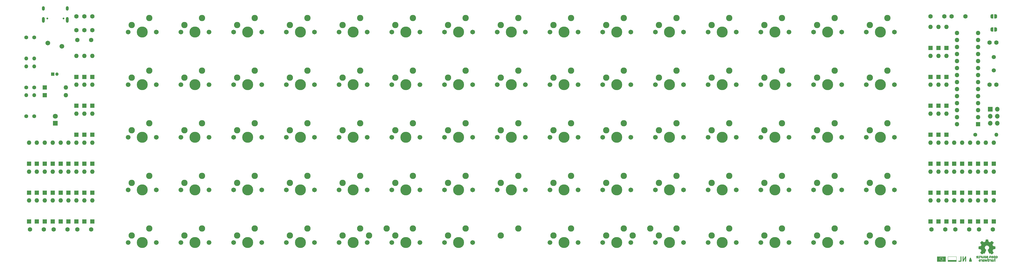
<source format=gbr>
G04 #@! TF.GenerationSoftware,KiCad,Pcbnew,8.0.3*
G04 #@! TF.CreationDate,2024-12-29T10:49:11+01:00*
G04 #@! TF.ProjectId,orthgyle,6f727468-6779-46c6-952e-6b696361645f,1*
G04 #@! TF.SameCoordinates,Original*
G04 #@! TF.FileFunction,Soldermask,Bot*
G04 #@! TF.FilePolarity,Negative*
%FSLAX46Y46*%
G04 Gerber Fmt 4.6, Leading zero omitted, Abs format (unit mm)*
G04 Created by KiCad (PCBNEW 8.0.3) date 2024-12-29 10:49:11*
%MOMM*%
%LPD*%
G01*
G04 APERTURE LIST*
G04 Aperture macros list*
%AMFreePoly0*
4,1,19,0.500000,-0.750000,0.000000,-0.750000,0.000000,-0.744911,-0.071157,-0.744911,-0.207708,-0.704816,-0.327430,-0.627875,-0.420627,-0.520320,-0.479746,-0.390866,-0.500000,-0.250000,-0.500000,0.250000,-0.479746,0.390866,-0.420627,0.520320,-0.327430,0.627875,-0.207708,0.704816,-0.071157,0.744911,0.000000,0.744911,0.000000,0.750000,0.500000,0.750000,0.500000,-0.750000,0.500000,-0.750000,
$1*%
%AMFreePoly1*
4,1,19,0.000000,0.744911,0.071157,0.744911,0.207708,0.704816,0.327430,0.627875,0.420627,0.520320,0.479746,0.390866,0.500000,0.250000,0.500000,-0.250000,0.479746,-0.390866,0.420627,-0.520320,0.327430,-0.627875,0.207708,-0.704816,0.071157,-0.744911,0.000000,-0.744911,0.000000,-0.750000,-0.500000,-0.750000,-0.500000,0.750000,0.000000,0.750000,0.000000,0.744911,0.000000,0.744911,
$1*%
G04 Aperture macros list end*
%ADD10C,0.300000*%
%ADD11C,0.010000*%
%ADD12C,0.120000*%
%ADD13C,0.160000*%
%ADD14C,0.500000*%
%ADD15C,0.100000*%
%ADD16C,2.286000*%
%ADD17R,1.600000X1.600000*%
%ADD18O,1.600000X1.600000*%
%ADD19C,1.701800*%
%ADD20C,3.987800*%
%ADD21C,1.600000*%
%ADD22C,1.400000*%
%ADD23O,1.400000X1.400000*%
%ADD24C,1.500000*%
%ADD25C,0.650000*%
%ADD26O,1.000000X2.100000*%
%ADD27O,1.000000X1.600000*%
%ADD28R,1.800000X1.800000*%
%ADD29C,1.800000*%
%ADD30C,1.710000*%
%ADD31R,1.700000X1.700000*%
%ADD32O,1.700000X1.700000*%
%ADD33R,1.200000X1.200000*%
%ADD34C,1.200000*%
%ADD35FreePoly0,180.000000*%
%ADD36FreePoly1,180.000000*%
G04 APERTURE END LIST*
D10*
X374772583Y-186882333D02*
X374772583Y-185282333D01*
X374772583Y-185282333D02*
X373858297Y-186882333D01*
X373858297Y-186882333D02*
X373858297Y-185282333D01*
X372334488Y-186882333D02*
X373096393Y-186882333D01*
X373096393Y-186882333D02*
X373096393Y-185282333D01*
D11*
X380154680Y-184932447D02*
X380195646Y-184945236D01*
X380246095Y-184966492D01*
X380270522Y-184977915D01*
X380288151Y-184979980D01*
X380292049Y-184964147D01*
X380292053Y-184963699D01*
X380300308Y-184948582D01*
X380328777Y-184940834D01*
X380383957Y-184938652D01*
X380475865Y-184938652D01*
X380475865Y-185740757D01*
X380292049Y-185740757D01*
X380292049Y-185187714D01*
X380246354Y-185145365D01*
X380232078Y-185133329D01*
X380189554Y-185112765D01*
X380137188Y-185111941D01*
X380065885Y-185130087D01*
X380041848Y-185131236D01*
X380013652Y-185113633D01*
X379976122Y-185071793D01*
X379957917Y-185048650D01*
X379936387Y-185015973D01*
X379933069Y-184995173D01*
X379945124Y-184977626D01*
X379982131Y-184955437D01*
X380039608Y-184937876D01*
X380101968Y-184929169D01*
X380154680Y-184932447D01*
G36*
X380154680Y-184932447D02*
G01*
X380195646Y-184945236D01*
X380246095Y-184966492D01*
X380270522Y-184977915D01*
X380288151Y-184979980D01*
X380292049Y-184964147D01*
X380292053Y-184963699D01*
X380300308Y-184948582D01*
X380328777Y-184940834D01*
X380383957Y-184938652D01*
X380475865Y-184938652D01*
X380475865Y-185740757D01*
X380292049Y-185740757D01*
X380292049Y-185187714D01*
X380246354Y-185145365D01*
X380232078Y-185133329D01*
X380189554Y-185112765D01*
X380137188Y-185111941D01*
X380065885Y-185130087D01*
X380041848Y-185131236D01*
X380013652Y-185113633D01*
X379976122Y-185071793D01*
X379957917Y-185048650D01*
X379936387Y-185015973D01*
X379933069Y-184995173D01*
X379945124Y-184977626D01*
X379982131Y-184955437D01*
X380039608Y-184937876D01*
X380101968Y-184929169D01*
X380154680Y-184932447D01*
G37*
X380398059Y-186202947D02*
X380448546Y-186226575D01*
X380492575Y-186261209D01*
X380492575Y-186226575D01*
X380493672Y-186213425D01*
X380503881Y-186199483D01*
X380531489Y-186193325D01*
X380584483Y-186191941D01*
X380676391Y-186191941D01*
X380676391Y-187010757D01*
X380492575Y-187010757D01*
X380492575Y-186744175D01*
X380492553Y-186728871D01*
X380490985Y-186621291D01*
X380487137Y-186533658D01*
X380481283Y-186470455D01*
X380473697Y-186436160D01*
X380466732Y-186423213D01*
X380423856Y-186382609D01*
X380365454Y-186364635D01*
X380301682Y-186373020D01*
X380286040Y-186378703D01*
X380252717Y-186388748D01*
X380229943Y-186385629D01*
X380207027Y-186365210D01*
X380173279Y-186323358D01*
X380118543Y-186254248D01*
X380157016Y-186223095D01*
X380193588Y-186204343D01*
X380257829Y-186191678D01*
X380330236Y-186191264D01*
X380398059Y-186202947D01*
G36*
X380398059Y-186202947D02*
G01*
X380448546Y-186226575D01*
X380492575Y-186261209D01*
X380492575Y-186226575D01*
X380493672Y-186213425D01*
X380503881Y-186199483D01*
X380531489Y-186193325D01*
X380584483Y-186191941D01*
X380676391Y-186191941D01*
X380676391Y-187010757D01*
X380492575Y-187010757D01*
X380492575Y-186744175D01*
X380492553Y-186728871D01*
X380490985Y-186621291D01*
X380487137Y-186533658D01*
X380481283Y-186470455D01*
X380473697Y-186436160D01*
X380466732Y-186423213D01*
X380423856Y-186382609D01*
X380365454Y-186364635D01*
X380301682Y-186373020D01*
X380286040Y-186378703D01*
X380252717Y-186388748D01*
X380229943Y-186385629D01*
X380207027Y-186365210D01*
X380173279Y-186323358D01*
X380118543Y-186254248D01*
X380157016Y-186223095D01*
X380193588Y-186204343D01*
X380257829Y-186191678D01*
X380330236Y-186191264D01*
X380398059Y-186202947D01*
G37*
X383884812Y-187010757D02*
X383717707Y-187010757D01*
X383717707Y-186752832D01*
X383717522Y-186692836D01*
X383715622Y-186593468D01*
X383710812Y-186519904D01*
X383702048Y-186467058D01*
X383688286Y-186429845D01*
X383668483Y-186403180D01*
X383641596Y-186381977D01*
X383612244Y-186366178D01*
X383577487Y-186361698D01*
X383528054Y-186371660D01*
X383512169Y-186375807D01*
X383472516Y-186382049D01*
X383444163Y-186373106D01*
X383411302Y-186345426D01*
X383405066Y-186339406D01*
X383370590Y-186302168D01*
X383348357Y-186271891D01*
X383345307Y-186264597D01*
X383351350Y-186237663D01*
X383381994Y-186216129D01*
X383430359Y-186201017D01*
X383489562Y-186193345D01*
X383552724Y-186194135D01*
X383612963Y-186204406D01*
X383663398Y-186225179D01*
X383679384Y-186234879D01*
X383706298Y-186249076D01*
X383716260Y-186245825D01*
X383717707Y-186225117D01*
X383718046Y-186217682D01*
X383726108Y-186201213D01*
X383751115Y-186193717D01*
X383801260Y-186191941D01*
X383884812Y-186191941D01*
X383884812Y-187010757D01*
G36*
X383884812Y-187010757D02*
G01*
X383717707Y-187010757D01*
X383717707Y-186752832D01*
X383717522Y-186692836D01*
X383715622Y-186593468D01*
X383710812Y-186519904D01*
X383702048Y-186467058D01*
X383688286Y-186429845D01*
X383668483Y-186403180D01*
X383641596Y-186381977D01*
X383612244Y-186366178D01*
X383577487Y-186361698D01*
X383528054Y-186371660D01*
X383512169Y-186375807D01*
X383472516Y-186382049D01*
X383444163Y-186373106D01*
X383411302Y-186345426D01*
X383405066Y-186339406D01*
X383370590Y-186302168D01*
X383348357Y-186271891D01*
X383345307Y-186264597D01*
X383351350Y-186237663D01*
X383381994Y-186216129D01*
X383430359Y-186201017D01*
X383489562Y-186193345D01*
X383552724Y-186194135D01*
X383612963Y-186204406D01*
X383663398Y-186225179D01*
X383679384Y-186234879D01*
X383706298Y-186249076D01*
X383716260Y-186245825D01*
X383717707Y-186225117D01*
X383718046Y-186217682D01*
X383726108Y-186201213D01*
X383751115Y-186193717D01*
X383801260Y-186191941D01*
X383884812Y-186191941D01*
X383884812Y-187010757D01*
G37*
X380810075Y-185198764D02*
X380811485Y-185315781D01*
X380817003Y-185410289D01*
X380828181Y-185478982D01*
X380846568Y-185525709D01*
X380873713Y-185554320D01*
X380911164Y-185568663D01*
X380960470Y-185572589D01*
X381007548Y-185569085D01*
X381045570Y-185555370D01*
X381073206Y-185527586D01*
X381092005Y-185481882D01*
X381103515Y-185414410D01*
X381109286Y-185321320D01*
X381110865Y-185198764D01*
X381110865Y-184938652D01*
X381277970Y-184938652D01*
X381277970Y-185252235D01*
X381277684Y-185335936D01*
X381275455Y-185444174D01*
X381269865Y-185526720D01*
X381259557Y-185588299D01*
X381243179Y-185633636D01*
X381219375Y-185667457D01*
X381186792Y-185694488D01*
X381144075Y-185719452D01*
X381054373Y-185751056D01*
X380960757Y-185753118D01*
X380872492Y-185724014D01*
X380833982Y-185705148D01*
X380814876Y-185702328D01*
X380810075Y-185715659D01*
X380802105Y-185730627D01*
X380773574Y-185738512D01*
X380718168Y-185740757D01*
X380626260Y-185740757D01*
X380626260Y-184938652D01*
X380810075Y-184938652D01*
X380810075Y-185198764D01*
G36*
X380810075Y-185198764D02*
G01*
X380811485Y-185315781D01*
X380817003Y-185410289D01*
X380828181Y-185478982D01*
X380846568Y-185525709D01*
X380873713Y-185554320D01*
X380911164Y-185568663D01*
X380960470Y-185572589D01*
X381007548Y-185569085D01*
X381045570Y-185555370D01*
X381073206Y-185527586D01*
X381092005Y-185481882D01*
X381103515Y-185414410D01*
X381109286Y-185321320D01*
X381110865Y-185198764D01*
X381110865Y-184938652D01*
X381277970Y-184938652D01*
X381277970Y-185252235D01*
X381277684Y-185335936D01*
X381275455Y-185444174D01*
X381269865Y-185526720D01*
X381259557Y-185588299D01*
X381243179Y-185633636D01*
X381219375Y-185667457D01*
X381186792Y-185694488D01*
X381144075Y-185719452D01*
X381054373Y-185751056D01*
X380960757Y-185753118D01*
X380872492Y-185724014D01*
X380833982Y-185705148D01*
X380814876Y-185702328D01*
X380810075Y-185715659D01*
X380802105Y-185730627D01*
X380773574Y-185738512D01*
X380718168Y-185740757D01*
X380626260Y-185740757D01*
X380626260Y-184938652D01*
X380810075Y-184938652D01*
X380810075Y-185198764D01*
G37*
X383603933Y-184937071D02*
X383680108Y-184961004D01*
X383713695Y-184977271D01*
X383730588Y-184978951D01*
X383734418Y-184964147D01*
X383734421Y-184963699D01*
X383742676Y-184948582D01*
X383771145Y-184940834D01*
X383826325Y-184938652D01*
X383918233Y-184938652D01*
X383918233Y-185740757D01*
X383734418Y-185740757D01*
X383734418Y-185464274D01*
X383734292Y-185370911D01*
X383733432Y-185294219D01*
X383731133Y-185240553D01*
X383726686Y-185204443D01*
X383719386Y-185180422D01*
X383708526Y-185163022D01*
X383693401Y-185146774D01*
X383672797Y-185129492D01*
X383613551Y-185106273D01*
X383551362Y-185113088D01*
X383494394Y-185149812D01*
X383478111Y-185166904D01*
X383466422Y-185184202D01*
X383458582Y-185207221D01*
X383453823Y-185241502D01*
X383451375Y-185292584D01*
X383450469Y-185366008D01*
X383450339Y-185467312D01*
X383450339Y-185740757D01*
X383266523Y-185740757D01*
X383266890Y-185444145D01*
X383266915Y-185430933D01*
X383268509Y-185304766D01*
X383273404Y-185206759D01*
X383282860Y-185132146D01*
X383298135Y-185076162D01*
X383320486Y-185034040D01*
X383351171Y-185001015D01*
X383391450Y-184972321D01*
X383433039Y-184952457D01*
X383516796Y-184934409D01*
X383603933Y-184937071D01*
G36*
X383603933Y-184937071D02*
G01*
X383680108Y-184961004D01*
X383713695Y-184977271D01*
X383730588Y-184978951D01*
X383734418Y-184964147D01*
X383734421Y-184963699D01*
X383742676Y-184948582D01*
X383771145Y-184940834D01*
X383826325Y-184938652D01*
X383918233Y-184938652D01*
X383918233Y-185740757D01*
X383734418Y-185740757D01*
X383734418Y-185464274D01*
X383734292Y-185370911D01*
X383733432Y-185294219D01*
X383731133Y-185240553D01*
X383726686Y-185204443D01*
X383719386Y-185180422D01*
X383708526Y-185163022D01*
X383693401Y-185146774D01*
X383672797Y-185129492D01*
X383613551Y-185106273D01*
X383551362Y-185113088D01*
X383494394Y-185149812D01*
X383478111Y-185166904D01*
X383466422Y-185184202D01*
X383458582Y-185207221D01*
X383453823Y-185241502D01*
X383451375Y-185292584D01*
X383450469Y-185366008D01*
X383450339Y-185467312D01*
X383450339Y-185740757D01*
X383266523Y-185740757D01*
X383266890Y-185444145D01*
X383266915Y-185430933D01*
X383268509Y-185304766D01*
X383273404Y-185206759D01*
X383282860Y-185132146D01*
X383298135Y-185076162D01*
X383320486Y-185034040D01*
X383351171Y-185001015D01*
X383391450Y-184972321D01*
X383433039Y-184952457D01*
X383516796Y-184934409D01*
X383603933Y-184937071D01*
G37*
X379684606Y-184942478D02*
X379775787Y-184978002D01*
X379852903Y-185036644D01*
X379909860Y-185117187D01*
X379913706Y-185125400D01*
X379938126Y-185205498D01*
X379950326Y-185301179D01*
X379950230Y-185400800D01*
X379937760Y-185492719D01*
X379912839Y-185565297D01*
X379882069Y-185615881D01*
X379814340Y-185687541D01*
X379729653Y-185733093D01*
X379657198Y-185751513D01*
X379546871Y-185753524D01*
X379441298Y-185725744D01*
X379347678Y-185669373D01*
X379287084Y-185619427D01*
X379341660Y-185563118D01*
X379376140Y-185529761D01*
X379407328Y-185511189D01*
X379436246Y-185515278D01*
X379473233Y-185540231D01*
X379487981Y-185549999D01*
X379550287Y-185569993D01*
X379621899Y-185569980D01*
X379688946Y-185549374D01*
X379714192Y-185532826D01*
X379751224Y-185483961D01*
X379769788Y-185412189D01*
X379770983Y-185314367D01*
X379770979Y-185314312D01*
X379757167Y-185226793D01*
X379726740Y-185166112D01*
X379676672Y-185128576D01*
X379603937Y-185110492D01*
X379558133Y-185108060D01*
X379518112Y-185118020D01*
X379477066Y-185146873D01*
X379423950Y-185191567D01*
X379356684Y-185137510D01*
X379332109Y-185116801D01*
X379301412Y-185087130D01*
X379289418Y-185069644D01*
X379293665Y-185061764D01*
X379318131Y-185037571D01*
X379357106Y-185006802D01*
X379387601Y-184986780D01*
X379484420Y-184945650D01*
X379585453Y-184931288D01*
X379684606Y-184942478D01*
G36*
X379684606Y-184942478D02*
G01*
X379775787Y-184978002D01*
X379852903Y-185036644D01*
X379909860Y-185117187D01*
X379913706Y-185125400D01*
X379938126Y-185205498D01*
X379950326Y-185301179D01*
X379950230Y-185400800D01*
X379937760Y-185492719D01*
X379912839Y-185565297D01*
X379882069Y-185615881D01*
X379814340Y-185687541D01*
X379729653Y-185733093D01*
X379657198Y-185751513D01*
X379546871Y-185753524D01*
X379441298Y-185725744D01*
X379347678Y-185669373D01*
X379287084Y-185619427D01*
X379341660Y-185563118D01*
X379376140Y-185529761D01*
X379407328Y-185511189D01*
X379436246Y-185515278D01*
X379473233Y-185540231D01*
X379487981Y-185549999D01*
X379550287Y-185569993D01*
X379621899Y-185569980D01*
X379688946Y-185549374D01*
X379714192Y-185532826D01*
X379751224Y-185483961D01*
X379769788Y-185412189D01*
X379770983Y-185314367D01*
X379770979Y-185314312D01*
X379757167Y-185226793D01*
X379726740Y-185166112D01*
X379676672Y-185128576D01*
X379603937Y-185110492D01*
X379558133Y-185108060D01*
X379518112Y-185118020D01*
X379477066Y-185146873D01*
X379423950Y-185191567D01*
X379356684Y-185137510D01*
X379332109Y-185116801D01*
X379301412Y-185087130D01*
X379289418Y-185069644D01*
X379293665Y-185061764D01*
X379318131Y-185037571D01*
X379357106Y-185006802D01*
X379387601Y-184986780D01*
X379484420Y-184945650D01*
X379585453Y-184931288D01*
X379684606Y-184942478D01*
G37*
X382075978Y-185397347D02*
X382071316Y-185450232D01*
X382050710Y-185551196D01*
X382013853Y-185628238D01*
X381957757Y-185686432D01*
X381879430Y-185730848D01*
X381849019Y-185741419D01*
X381770259Y-185754608D01*
X381687380Y-185754249D01*
X381617446Y-185739762D01*
X381616072Y-185739236D01*
X381559714Y-185706083D01*
X381502776Y-185654761D01*
X381455531Y-185596071D01*
X381428251Y-185540815D01*
X381420165Y-185500424D01*
X381413242Y-185424800D01*
X381412081Y-185357392D01*
X381580438Y-185357392D01*
X381590503Y-185438245D01*
X381614147Y-185504682D01*
X381649969Y-185548093D01*
X381663547Y-185555547D01*
X381715323Y-185569095D01*
X381775209Y-185571882D01*
X381825592Y-185562468D01*
X381845256Y-185548967D01*
X381872858Y-185501754D01*
X381890226Y-185427861D01*
X381896260Y-185330894D01*
X381896163Y-185302981D01*
X381894067Y-185246421D01*
X381887096Y-185209525D01*
X381872471Y-185182262D01*
X381847414Y-185154603D01*
X381799732Y-185121080D01*
X381737659Y-185107374D01*
X381677685Y-185120428D01*
X381627887Y-185158182D01*
X381596341Y-185218580D01*
X381585354Y-185270733D01*
X381580438Y-185357392D01*
X381412081Y-185357392D01*
X381411759Y-185338673D01*
X381415474Y-185252950D01*
X381424141Y-185178536D01*
X381437518Y-185126337D01*
X381468675Y-185067237D01*
X381534804Y-184994571D01*
X381619327Y-184948541D01*
X381719730Y-184930321D01*
X381833501Y-184941089D01*
X381852431Y-184945676D01*
X381940591Y-184985231D01*
X382007024Y-185050172D01*
X382051731Y-185140502D01*
X382074714Y-185256225D01*
X382075383Y-185330894D01*
X382075978Y-185397347D01*
G36*
X382075978Y-185397347D02*
G01*
X382071316Y-185450232D01*
X382050710Y-185551196D01*
X382013853Y-185628238D01*
X381957757Y-185686432D01*
X381879430Y-185730848D01*
X381849019Y-185741419D01*
X381770259Y-185754608D01*
X381687380Y-185754249D01*
X381617446Y-185739762D01*
X381616072Y-185739236D01*
X381559714Y-185706083D01*
X381502776Y-185654761D01*
X381455531Y-185596071D01*
X381428251Y-185540815D01*
X381420165Y-185500424D01*
X381413242Y-185424800D01*
X381412081Y-185357392D01*
X381580438Y-185357392D01*
X381590503Y-185438245D01*
X381614147Y-185504682D01*
X381649969Y-185548093D01*
X381663547Y-185555547D01*
X381715323Y-185569095D01*
X381775209Y-185571882D01*
X381825592Y-185562468D01*
X381845256Y-185548967D01*
X381872858Y-185501754D01*
X381890226Y-185427861D01*
X381896260Y-185330894D01*
X381896163Y-185302981D01*
X381894067Y-185246421D01*
X381887096Y-185209525D01*
X381872471Y-185182262D01*
X381847414Y-185154603D01*
X381799732Y-185121080D01*
X381737659Y-185107374D01*
X381677685Y-185120428D01*
X381627887Y-185158182D01*
X381596341Y-185218580D01*
X381585354Y-185270733D01*
X381580438Y-185357392D01*
X381412081Y-185357392D01*
X381411759Y-185338673D01*
X381415474Y-185252950D01*
X381424141Y-185178536D01*
X381437518Y-185126337D01*
X381468675Y-185067237D01*
X381534804Y-184994571D01*
X381619327Y-184948541D01*
X381719730Y-184930321D01*
X381833501Y-184941089D01*
X381852431Y-184945676D01*
X381940591Y-184985231D01*
X382007024Y-185050172D01*
X382051731Y-185140502D01*
X382074714Y-185256225D01*
X382075383Y-185330894D01*
X382075978Y-185397347D01*
G37*
X382209059Y-186454338D02*
X382231651Y-186521741D01*
X382258375Y-186596358D01*
X382280692Y-186652885D01*
X382296755Y-186686717D01*
X382304720Y-186693247D01*
X382306642Y-186687568D01*
X382317045Y-186652738D01*
X382333615Y-186594566D01*
X382354512Y-186519564D01*
X382377896Y-186434244D01*
X382441514Y-186200297D01*
X382538651Y-186195221D01*
X382546850Y-186194815D01*
X382599231Y-186194277D01*
X382624402Y-186199654D01*
X382627608Y-186211932D01*
X382623558Y-186223923D01*
X382610237Y-186264965D01*
X382589380Y-186329967D01*
X382562475Y-186414279D01*
X382531008Y-186513253D01*
X382496465Y-186622237D01*
X382373501Y-187010757D01*
X382219685Y-187010757D01*
X382147209Y-186764277D01*
X382133826Y-186719016D01*
X382109092Y-186636733D01*
X382087958Y-186568171D01*
X382072325Y-186519456D01*
X382064098Y-186496714D01*
X382061754Y-186495018D01*
X382050347Y-186509687D01*
X382034061Y-186548479D01*
X382015602Y-186605333D01*
X382014627Y-186608672D01*
X381989913Y-186692578D01*
X381961637Y-186787582D01*
X381935726Y-186873759D01*
X381893710Y-187012484D01*
X381738746Y-187002402D01*
X381666983Y-186776810D01*
X381635476Y-186677685D01*
X381600183Y-186566512D01*
X381566389Y-186459935D01*
X381538414Y-186371580D01*
X381481609Y-186191941D01*
X381671652Y-186191941D01*
X381717716Y-186363224D01*
X381729961Y-186408482D01*
X381753121Y-186492856D01*
X381774568Y-186569615D01*
X381790872Y-186626415D01*
X381817965Y-186718323D01*
X381904370Y-186459310D01*
X381990776Y-186200297D01*
X382056866Y-186195335D01*
X382122955Y-186190374D01*
X382209059Y-186454338D01*
G36*
X382209059Y-186454338D02*
G01*
X382231651Y-186521741D01*
X382258375Y-186596358D01*
X382280692Y-186652885D01*
X382296755Y-186686717D01*
X382304720Y-186693247D01*
X382306642Y-186687568D01*
X382317045Y-186652738D01*
X382333615Y-186594566D01*
X382354512Y-186519564D01*
X382377896Y-186434244D01*
X382441514Y-186200297D01*
X382538651Y-186195221D01*
X382546850Y-186194815D01*
X382599231Y-186194277D01*
X382624402Y-186199654D01*
X382627608Y-186211932D01*
X382623558Y-186223923D01*
X382610237Y-186264965D01*
X382589380Y-186329967D01*
X382562475Y-186414279D01*
X382531008Y-186513253D01*
X382496465Y-186622237D01*
X382373501Y-187010757D01*
X382219685Y-187010757D01*
X382147209Y-186764277D01*
X382133826Y-186719016D01*
X382109092Y-186636733D01*
X382087958Y-186568171D01*
X382072325Y-186519456D01*
X382064098Y-186496714D01*
X382061754Y-186495018D01*
X382050347Y-186509687D01*
X382034061Y-186548479D01*
X382015602Y-186605333D01*
X382014627Y-186608672D01*
X381989913Y-186692578D01*
X381961637Y-186787582D01*
X381935726Y-186873759D01*
X381893710Y-187012484D01*
X381738746Y-187002402D01*
X381666983Y-186776810D01*
X381635476Y-186677685D01*
X381600183Y-186566512D01*
X381566389Y-186459935D01*
X381538414Y-186371580D01*
X381481609Y-186191941D01*
X381671652Y-186191941D01*
X381717716Y-186363224D01*
X381729961Y-186408482D01*
X381753121Y-186492856D01*
X381774568Y-186569615D01*
X381790872Y-186626415D01*
X381817965Y-186718323D01*
X381904370Y-186459310D01*
X381990776Y-186200297D01*
X382056866Y-186195335D01*
X382122955Y-186190374D01*
X382209059Y-186454338D01*
G37*
X383348982Y-186663890D02*
X383346864Y-186735332D01*
X383342604Y-186785097D01*
X383341874Y-186789658D01*
X383313202Y-186871235D01*
X383260842Y-186940396D01*
X383192154Y-186987252D01*
X383118392Y-187006647D01*
X383027664Y-187005142D01*
X382944201Y-186979137D01*
X382922461Y-186968163D01*
X382894506Y-186956405D01*
X382883868Y-186960063D01*
X382882181Y-186979137D01*
X382881406Y-186988649D01*
X382871403Y-187002716D01*
X382843619Y-187009193D01*
X382790273Y-187010757D01*
X382698365Y-187010757D01*
X382698365Y-186609559D01*
X382882181Y-186609559D01*
X382883498Y-186679063D01*
X382888844Y-186725337D01*
X382900258Y-186757038D01*
X382919779Y-186783604D01*
X382971325Y-186823104D01*
X383031646Y-186836346D01*
X383090140Y-186819971D01*
X383139406Y-186774291D01*
X383152428Y-186740865D01*
X383162047Y-186681672D01*
X383166276Y-186609857D01*
X383164944Y-186536198D01*
X383157880Y-186471470D01*
X383144913Y-186426453D01*
X383140770Y-186419071D01*
X383100836Y-186381969D01*
X383046718Y-186365532D01*
X382988596Y-186369355D01*
X382936649Y-186393033D01*
X382901059Y-186436160D01*
X382899588Y-186439787D01*
X382890763Y-186480257D01*
X382884538Y-186540730D01*
X382882181Y-186609559D01*
X382698365Y-186609559D01*
X382698365Y-185874441D01*
X382882181Y-185874441D01*
X382882181Y-186263963D01*
X382916228Y-186233151D01*
X382949010Y-186214000D01*
X383011055Y-186197991D01*
X383083585Y-186192833D01*
X383154415Y-186199166D01*
X383211364Y-186217631D01*
X383252124Y-186243897D01*
X383294109Y-186288643D01*
X383322366Y-186348819D01*
X383339351Y-186430219D01*
X383347524Y-186538636D01*
X383348725Y-186582461D01*
X383348812Y-186609857D01*
X383348982Y-186663890D01*
G36*
X383348982Y-186663890D02*
G01*
X383346864Y-186735332D01*
X383342604Y-186785097D01*
X383341874Y-186789658D01*
X383313202Y-186871235D01*
X383260842Y-186940396D01*
X383192154Y-186987252D01*
X383118392Y-187006647D01*
X383027664Y-187005142D01*
X382944201Y-186979137D01*
X382922461Y-186968163D01*
X382894506Y-186956405D01*
X382883868Y-186960063D01*
X382882181Y-186979137D01*
X382881406Y-186988649D01*
X382871403Y-187002716D01*
X382843619Y-187009193D01*
X382790273Y-187010757D01*
X382698365Y-187010757D01*
X382698365Y-186609559D01*
X382882181Y-186609559D01*
X382883498Y-186679063D01*
X382888844Y-186725337D01*
X382900258Y-186757038D01*
X382919779Y-186783604D01*
X382971325Y-186823104D01*
X383031646Y-186836346D01*
X383090140Y-186819971D01*
X383139406Y-186774291D01*
X383152428Y-186740865D01*
X383162047Y-186681672D01*
X383166276Y-186609857D01*
X383164944Y-186536198D01*
X383157880Y-186471470D01*
X383144913Y-186426453D01*
X383140770Y-186419071D01*
X383100836Y-186381969D01*
X383046718Y-186365532D01*
X382988596Y-186369355D01*
X382936649Y-186393033D01*
X382901059Y-186436160D01*
X382899588Y-186439787D01*
X382890763Y-186480257D01*
X382884538Y-186540730D01*
X382882181Y-186609559D01*
X382698365Y-186609559D01*
X382698365Y-185874441D01*
X382882181Y-185874441D01*
X382882181Y-186263963D01*
X382916228Y-186233151D01*
X382949010Y-186214000D01*
X383011055Y-186197991D01*
X383083585Y-186192833D01*
X383154415Y-186199166D01*
X383211364Y-186217631D01*
X383252124Y-186243897D01*
X383294109Y-186288643D01*
X383322366Y-186348819D01*
X383339351Y-186430219D01*
X383347524Y-186538636D01*
X383348725Y-186582461D01*
X383348812Y-186609857D01*
X383348982Y-186663890D01*
G37*
X386238427Y-185385599D02*
X386236269Y-185437932D01*
X386231372Y-185501750D01*
X386223029Y-185546983D01*
X386209252Y-185582824D01*
X386188053Y-185618467D01*
X386187150Y-185619818D01*
X386134949Y-185677566D01*
X386071079Y-185721611D01*
X385996809Y-185747748D01*
X385899106Y-185756234D01*
X385803346Y-185739547D01*
X385717751Y-185699337D01*
X385650541Y-185637253D01*
X385631246Y-185607919D01*
X385595212Y-185516727D01*
X385577340Y-185404215D01*
X385577646Y-185375755D01*
X385757245Y-185375755D01*
X385757584Y-185428981D01*
X385763227Y-185464515D01*
X385776085Y-185491820D01*
X385798068Y-185520355D01*
X385828575Y-185548671D01*
X385889588Y-185573941D01*
X385955102Y-185569247D01*
X386017715Y-185534127D01*
X386035377Y-185517353D01*
X386054235Y-185488638D01*
X386064692Y-185448277D01*
X386070620Y-185385385D01*
X386072253Y-185338141D01*
X386063307Y-185241659D01*
X386035856Y-185172583D01*
X385989777Y-185130532D01*
X385935762Y-185110396D01*
X385871345Y-185112091D01*
X385811633Y-185146086D01*
X385797357Y-185159028D01*
X385779343Y-185181671D01*
X385768655Y-185211295D01*
X385762725Y-185256713D01*
X385758984Y-185326737D01*
X385757245Y-185375755D01*
X385577646Y-185375755D01*
X385578719Y-185275855D01*
X385580478Y-185257649D01*
X385605020Y-185141043D01*
X385650426Y-185050521D01*
X385716791Y-184985985D01*
X385804212Y-184947335D01*
X385912787Y-184934474D01*
X385953807Y-184935681D01*
X386037930Y-184950451D01*
X386106718Y-184985705D01*
X386170850Y-185046059D01*
X386181106Y-185058173D01*
X386208770Y-185098968D01*
X386226951Y-185145161D01*
X386237032Y-185203699D01*
X386240397Y-185281530D01*
X386239325Y-185338141D01*
X386238427Y-185385599D01*
G36*
X386238427Y-185385599D02*
G01*
X386236269Y-185437932D01*
X386231372Y-185501750D01*
X386223029Y-185546983D01*
X386209252Y-185582824D01*
X386188053Y-185618467D01*
X386187150Y-185619818D01*
X386134949Y-185677566D01*
X386071079Y-185721611D01*
X385996809Y-185747748D01*
X385899106Y-185756234D01*
X385803346Y-185739547D01*
X385717751Y-185699337D01*
X385650541Y-185637253D01*
X385631246Y-185607919D01*
X385595212Y-185516727D01*
X385577340Y-185404215D01*
X385577646Y-185375755D01*
X385757245Y-185375755D01*
X385757584Y-185428981D01*
X385763227Y-185464515D01*
X385776085Y-185491820D01*
X385798068Y-185520355D01*
X385828575Y-185548671D01*
X385889588Y-185573941D01*
X385955102Y-185569247D01*
X386017715Y-185534127D01*
X386035377Y-185517353D01*
X386054235Y-185488638D01*
X386064692Y-185448277D01*
X386070620Y-185385385D01*
X386072253Y-185338141D01*
X386063307Y-185241659D01*
X386035856Y-185172583D01*
X385989777Y-185130532D01*
X385935762Y-185110396D01*
X385871345Y-185112091D01*
X385811633Y-185146086D01*
X385797357Y-185159028D01*
X385779343Y-185181671D01*
X385768655Y-185211295D01*
X385762725Y-185256713D01*
X385758984Y-185326737D01*
X385757245Y-185375755D01*
X385577646Y-185375755D01*
X385578719Y-185275855D01*
X385580478Y-185257649D01*
X385605020Y-185141043D01*
X385650426Y-185050521D01*
X385716791Y-184985985D01*
X385804212Y-184947335D01*
X385912787Y-184934474D01*
X385953807Y-184935681D01*
X386037930Y-184950451D01*
X386106718Y-184985705D01*
X386170850Y-185046059D01*
X386181106Y-185058173D01*
X386208770Y-185098968D01*
X386226951Y-185145161D01*
X386237032Y-185203699D01*
X386240397Y-185281530D01*
X386239325Y-185338141D01*
X386238427Y-185385599D01*
G37*
X379267363Y-185285858D02*
X379265212Y-185413760D01*
X379264932Y-185416275D01*
X379240905Y-185533636D01*
X379197495Y-185624883D01*
X379133349Y-185692022D01*
X379047115Y-185737055D01*
X379031285Y-185742205D01*
X378933169Y-185757382D01*
X378831694Y-185748919D01*
X378737355Y-185718676D01*
X378660645Y-185668516D01*
X378603186Y-185615428D01*
X378664262Y-185567135D01*
X378725337Y-185518842D01*
X378798943Y-185554602D01*
X378884111Y-185583578D01*
X378959297Y-185584446D01*
X379020812Y-185557823D01*
X379065079Y-185504386D01*
X379080948Y-185472367D01*
X379089807Y-185445002D01*
X379084681Y-185426516D01*
X379061683Y-185415169D01*
X379016927Y-185409218D01*
X378946525Y-185406924D01*
X378846589Y-185406547D01*
X378604286Y-185406547D01*
X378604286Y-185290661D01*
X378606096Y-185239786D01*
X378776702Y-185239786D01*
X378784896Y-185249143D01*
X378809156Y-185254014D01*
X378855268Y-185255861D01*
X378929015Y-185256152D01*
X378968562Y-185255688D01*
X379030967Y-185252619D01*
X379073299Y-185247244D01*
X379088891Y-185240228D01*
X379084902Y-185214339D01*
X379056784Y-185164801D01*
X379009928Y-185124106D01*
X378954070Y-185099526D01*
X378898947Y-185098336D01*
X378857454Y-185118046D01*
X378810436Y-185162899D01*
X378780541Y-185218553D01*
X378778790Y-185224476D01*
X378776702Y-185239786D01*
X378606096Y-185239786D01*
X378606467Y-185229369D01*
X378612872Y-185168727D01*
X378622021Y-185127733D01*
X378628691Y-185112083D01*
X378677239Y-185042380D01*
X378747387Y-184984244D01*
X378829422Y-184946180D01*
X378872212Y-184935785D01*
X378974166Y-184931053D01*
X379065011Y-184955124D01*
X379142249Y-185005319D01*
X379203385Y-185078958D01*
X379245922Y-185173364D01*
X379258667Y-185240228D01*
X379267363Y-185285858D01*
G36*
X379267363Y-185285858D02*
G01*
X379265212Y-185413760D01*
X379264932Y-185416275D01*
X379240905Y-185533636D01*
X379197495Y-185624883D01*
X379133349Y-185692022D01*
X379047115Y-185737055D01*
X379031285Y-185742205D01*
X378933169Y-185757382D01*
X378831694Y-185748919D01*
X378737355Y-185718676D01*
X378660645Y-185668516D01*
X378603186Y-185615428D01*
X378664262Y-185567135D01*
X378725337Y-185518842D01*
X378798943Y-185554602D01*
X378884111Y-185583578D01*
X378959297Y-185584446D01*
X379020812Y-185557823D01*
X379065079Y-185504386D01*
X379080948Y-185472367D01*
X379089807Y-185445002D01*
X379084681Y-185426516D01*
X379061683Y-185415169D01*
X379016927Y-185409218D01*
X378946525Y-185406924D01*
X378846589Y-185406547D01*
X378604286Y-185406547D01*
X378604286Y-185290661D01*
X378606096Y-185239786D01*
X378776702Y-185239786D01*
X378784896Y-185249143D01*
X378809156Y-185254014D01*
X378855268Y-185255861D01*
X378929015Y-185256152D01*
X378968562Y-185255688D01*
X379030967Y-185252619D01*
X379073299Y-185247244D01*
X379088891Y-185240228D01*
X379084902Y-185214339D01*
X379056784Y-185164801D01*
X379009928Y-185124106D01*
X378954070Y-185099526D01*
X378898947Y-185098336D01*
X378857454Y-185118046D01*
X378810436Y-185162899D01*
X378780541Y-185218553D01*
X378778790Y-185224476D01*
X378776702Y-185239786D01*
X378606096Y-185239786D01*
X378606467Y-185229369D01*
X378612872Y-185168727D01*
X378622021Y-185127733D01*
X378628691Y-185112083D01*
X378677239Y-185042380D01*
X378747387Y-184984244D01*
X378829422Y-184946180D01*
X378872212Y-184935785D01*
X378974166Y-184931053D01*
X379065011Y-184955124D01*
X379142249Y-185005319D01*
X379203385Y-185078958D01*
X379245922Y-185173364D01*
X379258667Y-185240228D01*
X379267363Y-185285858D01*
G37*
X382562395Y-184938110D02*
X382658905Y-184962299D01*
X382729407Y-185007133D01*
X382774303Y-185072912D01*
X382793995Y-185159938D01*
X382790008Y-185243254D01*
X382761231Y-185313528D01*
X382706044Y-185365485D01*
X382623344Y-185400141D01*
X382512022Y-185418510D01*
X382439688Y-185428137D01*
X382373666Y-185448968D01*
X382339579Y-185479135D01*
X382337522Y-185518583D01*
X382351239Y-185543180D01*
X382393722Y-185572332D01*
X382454113Y-185586120D01*
X382524885Y-185584235D01*
X382598508Y-185566364D01*
X382667453Y-185532198D01*
X382736193Y-185486708D01*
X382857115Y-185609066D01*
X382806983Y-185649986D01*
X382787490Y-185664204D01*
X382732646Y-185696506D01*
X382673299Y-185724340D01*
X382626331Y-185740314D01*
X382557558Y-185751885D01*
X382472773Y-185752038D01*
X382368802Y-185739298D01*
X382275141Y-185707008D01*
X382208845Y-185655717D01*
X382169756Y-185585296D01*
X382157718Y-185495618D01*
X382166432Y-185416728D01*
X382194404Y-185352138D01*
X382244764Y-185305882D01*
X382320699Y-185275119D01*
X382425396Y-185257009D01*
X382437421Y-185255698D01*
X382502607Y-185247337D01*
X382555486Y-185238588D01*
X382585569Y-185231144D01*
X382595608Y-185225151D01*
X382612580Y-185194244D01*
X382609824Y-185154681D01*
X382587142Y-185120336D01*
X382575232Y-185112846D01*
X382525602Y-185100844D01*
X382461496Y-185101651D01*
X382394649Y-185114423D01*
X382336795Y-185138317D01*
X382276004Y-185174185D01*
X382228850Y-185119083D01*
X382217408Y-185105084D01*
X382191630Y-185067584D01*
X382181018Y-185042168D01*
X382192162Y-185026584D01*
X382226640Y-185002257D01*
X382276424Y-184976079D01*
X382283439Y-184972879D01*
X382349088Y-184947779D01*
X382412368Y-184935778D01*
X382490896Y-184933368D01*
X382562395Y-184938110D01*
G36*
X382562395Y-184938110D02*
G01*
X382658905Y-184962299D01*
X382729407Y-185007133D01*
X382774303Y-185072912D01*
X382793995Y-185159938D01*
X382790008Y-185243254D01*
X382761231Y-185313528D01*
X382706044Y-185365485D01*
X382623344Y-185400141D01*
X382512022Y-185418510D01*
X382439688Y-185428137D01*
X382373666Y-185448968D01*
X382339579Y-185479135D01*
X382337522Y-185518583D01*
X382351239Y-185543180D01*
X382393722Y-185572332D01*
X382454113Y-185586120D01*
X382524885Y-185584235D01*
X382598508Y-185566364D01*
X382667453Y-185532198D01*
X382736193Y-185486708D01*
X382857115Y-185609066D01*
X382806983Y-185649986D01*
X382787490Y-185664204D01*
X382732646Y-185696506D01*
X382673299Y-185724340D01*
X382626331Y-185740314D01*
X382557558Y-185751885D01*
X382472773Y-185752038D01*
X382368802Y-185739298D01*
X382275141Y-185707008D01*
X382208845Y-185655717D01*
X382169756Y-185585296D01*
X382157718Y-185495618D01*
X382166432Y-185416728D01*
X382194404Y-185352138D01*
X382244764Y-185305882D01*
X382320699Y-185275119D01*
X382425396Y-185257009D01*
X382437421Y-185255698D01*
X382502607Y-185247337D01*
X382555486Y-185238588D01*
X382585569Y-185231144D01*
X382595608Y-185225151D01*
X382612580Y-185194244D01*
X382609824Y-185154681D01*
X382587142Y-185120336D01*
X382575232Y-185112846D01*
X382525602Y-185100844D01*
X382461496Y-185101651D01*
X382394649Y-185114423D01*
X382336795Y-185138317D01*
X382276004Y-185174185D01*
X382228850Y-185119083D01*
X382217408Y-185105084D01*
X382191630Y-185067584D01*
X382181018Y-185042168D01*
X382192162Y-185026584D01*
X382226640Y-185002257D01*
X382276424Y-184976079D01*
X382283439Y-184972879D01*
X382349088Y-184947779D01*
X382412368Y-184935778D01*
X382490896Y-184933368D01*
X382562395Y-184938110D01*
G37*
X380124414Y-186601349D02*
X380122241Y-186663729D01*
X380102451Y-186783025D01*
X380061730Y-186876829D01*
X379999720Y-186945812D01*
X379916062Y-186990643D01*
X379889033Y-186998563D01*
X379792520Y-187009626D01*
X379690611Y-187000290D01*
X379598562Y-186971477D01*
X379566134Y-186955123D01*
X379519639Y-186927109D01*
X379491461Y-186904058D01*
X379487301Y-186898791D01*
X379479518Y-186879530D01*
X379490732Y-186858592D01*
X379524882Y-186826881D01*
X379541363Y-186813076D01*
X379573828Y-186787814D01*
X379590851Y-186777489D01*
X379595728Y-186778552D01*
X379623677Y-186790050D01*
X379665404Y-186810231D01*
X379679009Y-186816869D01*
X379759267Y-186841520D01*
X379828993Y-186835166D01*
X379890136Y-186797698D01*
X379897251Y-186790775D01*
X379931264Y-186747409D01*
X379950698Y-186705790D01*
X379961462Y-186659836D01*
X379456523Y-186659836D01*
X379456616Y-186572106D01*
X379456669Y-186563381D01*
X379463486Y-186492994D01*
X379640339Y-186492994D01*
X379642427Y-186507592D01*
X379653148Y-186517653D01*
X379678703Y-186523237D01*
X379725285Y-186525639D01*
X379799089Y-186526152D01*
X379840120Y-186525620D01*
X379900684Y-186522511D01*
X379942341Y-186517243D01*
X379957839Y-186510529D01*
X379944622Y-186455264D01*
X379905926Y-186403683D01*
X379850117Y-186367897D01*
X379785647Y-186355519D01*
X379738181Y-186369473D01*
X379690734Y-186403584D01*
X379654665Y-186448027D01*
X379640339Y-186492994D01*
X379463486Y-186492994D01*
X379467123Y-186455447D01*
X379497551Y-186367644D01*
X379550645Y-186291954D01*
X379583034Y-186259936D01*
X379649928Y-186217076D01*
X379729803Y-186196309D01*
X379830696Y-186194849D01*
X379879431Y-186200574D01*
X379969392Y-186230302D01*
X380038267Y-186284409D01*
X380086660Y-186363729D01*
X380115175Y-186469097D01*
X380118070Y-186510529D01*
X380124414Y-186601349D01*
G36*
X380124414Y-186601349D02*
G01*
X380122241Y-186663729D01*
X380102451Y-186783025D01*
X380061730Y-186876829D01*
X379999720Y-186945812D01*
X379916062Y-186990643D01*
X379889033Y-186998563D01*
X379792520Y-187009626D01*
X379690611Y-187000290D01*
X379598562Y-186971477D01*
X379566134Y-186955123D01*
X379519639Y-186927109D01*
X379491461Y-186904058D01*
X379487301Y-186898791D01*
X379479518Y-186879530D01*
X379490732Y-186858592D01*
X379524882Y-186826881D01*
X379541363Y-186813076D01*
X379573828Y-186787814D01*
X379590851Y-186777489D01*
X379595728Y-186778552D01*
X379623677Y-186790050D01*
X379665404Y-186810231D01*
X379679009Y-186816869D01*
X379759267Y-186841520D01*
X379828993Y-186835166D01*
X379890136Y-186797698D01*
X379897251Y-186790775D01*
X379931264Y-186747409D01*
X379950698Y-186705790D01*
X379961462Y-186659836D01*
X379456523Y-186659836D01*
X379456616Y-186572106D01*
X379456669Y-186563381D01*
X379463486Y-186492994D01*
X379640339Y-186492994D01*
X379642427Y-186507592D01*
X379653148Y-186517653D01*
X379678703Y-186523237D01*
X379725285Y-186525639D01*
X379799089Y-186526152D01*
X379840120Y-186525620D01*
X379900684Y-186522511D01*
X379942341Y-186517243D01*
X379957839Y-186510529D01*
X379944622Y-186455264D01*
X379905926Y-186403683D01*
X379850117Y-186367897D01*
X379785647Y-186355519D01*
X379738181Y-186369473D01*
X379690734Y-186403584D01*
X379654665Y-186448027D01*
X379640339Y-186492994D01*
X379463486Y-186492994D01*
X379467123Y-186455447D01*
X379497551Y-186367644D01*
X379550645Y-186291954D01*
X379583034Y-186259936D01*
X379649928Y-186217076D01*
X379729803Y-186196309D01*
X379830696Y-186194849D01*
X379879431Y-186200574D01*
X379969392Y-186230302D01*
X380038267Y-186284409D01*
X380086660Y-186363729D01*
X380115175Y-186469097D01*
X380118070Y-186510529D01*
X380124414Y-186601349D01*
G37*
X384699539Y-185239322D02*
X384705385Y-185356369D01*
X384703924Y-185407447D01*
X384687450Y-185519074D01*
X384651147Y-185607087D01*
X384593116Y-185675115D01*
X384511457Y-185726782D01*
X384432242Y-185750901D01*
X384332867Y-185755516D01*
X384232603Y-185737768D01*
X384143168Y-185698558D01*
X384110026Y-185676746D01*
X384073511Y-185648787D01*
X384056849Y-185630389D01*
X384057794Y-185622798D01*
X384076444Y-185596934D01*
X384111494Y-185565598D01*
X384172237Y-185519267D01*
X384243414Y-185554815D01*
X384262661Y-185563614D01*
X384319319Y-185582737D01*
X384366807Y-185590362D01*
X384401824Y-185584079D01*
X384456774Y-185553822D01*
X384502963Y-185506851D01*
X384529383Y-185452501D01*
X384540146Y-185406547D01*
X384035207Y-185406547D01*
X384035300Y-185318816D01*
X384036065Y-185291012D01*
X384041645Y-185231350D01*
X384219023Y-185231350D01*
X384219348Y-185234768D01*
X384228536Y-185245412D01*
X384254500Y-185251951D01*
X384302775Y-185255245D01*
X384378899Y-185256152D01*
X384403919Y-185256141D01*
X384468898Y-185255541D01*
X384507960Y-185252946D01*
X384526899Y-185246893D01*
X384531507Y-185235917D01*
X384527577Y-185218553D01*
X384526977Y-185216584D01*
X384493123Y-185156161D01*
X384439753Y-185114560D01*
X384376111Y-185099073D01*
X384352587Y-185100311D01*
X384308924Y-185115127D01*
X384267037Y-185152810D01*
X384255754Y-185166134D01*
X384229509Y-185204187D01*
X384219023Y-185231350D01*
X384041645Y-185231350D01*
X384042362Y-185223680D01*
X384052922Y-185167965D01*
X384064497Y-185136774D01*
X384105191Y-185068931D01*
X384159691Y-185007317D01*
X384217326Y-184965097D01*
X384233978Y-184957258D01*
X384330941Y-184931252D01*
X384429956Y-184933993D01*
X384523048Y-184964323D01*
X384602240Y-185021079D01*
X384645074Y-185073421D01*
X384680097Y-185147159D01*
X384698821Y-185235917D01*
X384699539Y-185239322D01*
G36*
X384699539Y-185239322D02*
G01*
X384705385Y-185356369D01*
X384703924Y-185407447D01*
X384687450Y-185519074D01*
X384651147Y-185607087D01*
X384593116Y-185675115D01*
X384511457Y-185726782D01*
X384432242Y-185750901D01*
X384332867Y-185755516D01*
X384232603Y-185737768D01*
X384143168Y-185698558D01*
X384110026Y-185676746D01*
X384073511Y-185648787D01*
X384056849Y-185630389D01*
X384057794Y-185622798D01*
X384076444Y-185596934D01*
X384111494Y-185565598D01*
X384172237Y-185519267D01*
X384243414Y-185554815D01*
X384262661Y-185563614D01*
X384319319Y-185582737D01*
X384366807Y-185590362D01*
X384401824Y-185584079D01*
X384456774Y-185553822D01*
X384502963Y-185506851D01*
X384529383Y-185452501D01*
X384540146Y-185406547D01*
X384035207Y-185406547D01*
X384035300Y-185318816D01*
X384036065Y-185291012D01*
X384041645Y-185231350D01*
X384219023Y-185231350D01*
X384219348Y-185234768D01*
X384228536Y-185245412D01*
X384254500Y-185251951D01*
X384302775Y-185255245D01*
X384378899Y-185256152D01*
X384403919Y-185256141D01*
X384468898Y-185255541D01*
X384507960Y-185252946D01*
X384526899Y-185246893D01*
X384531507Y-185235917D01*
X384527577Y-185218553D01*
X384526977Y-185216584D01*
X384493123Y-185156161D01*
X384439753Y-185114560D01*
X384376111Y-185099073D01*
X384352587Y-185100311D01*
X384308924Y-185115127D01*
X384267037Y-185152810D01*
X384255754Y-185166134D01*
X384229509Y-185204187D01*
X384219023Y-185231350D01*
X384041645Y-185231350D01*
X384042362Y-185223680D01*
X384052922Y-185167965D01*
X384064497Y-185136774D01*
X384105191Y-185068931D01*
X384159691Y-185007317D01*
X384217326Y-184965097D01*
X384233978Y-184957258D01*
X384330941Y-184931252D01*
X384429956Y-184933993D01*
X384523048Y-184964323D01*
X384602240Y-185021079D01*
X384645074Y-185073421D01*
X384680097Y-185147159D01*
X384698821Y-185235917D01*
X384699539Y-185239322D01*
G37*
X381486664Y-186790831D02*
X381466505Y-186866695D01*
X381422694Y-186931596D01*
X381356237Y-186978282D01*
X381349715Y-186981120D01*
X381277001Y-187001561D01*
X381195067Y-187009530D01*
X381117168Y-187004658D01*
X381056556Y-186986579D01*
X381032344Y-186974785D01*
X381014576Y-186971972D01*
X381010602Y-186986682D01*
X381003074Y-187000286D01*
X380973949Y-187008387D01*
X380917416Y-187010757D01*
X380824231Y-187010757D01*
X380829686Y-186689080D01*
X380830269Y-186659836D01*
X381010602Y-186659836D01*
X381010602Y-186718323D01*
X381016896Y-186762037D01*
X381044023Y-186810231D01*
X381054036Y-186819089D01*
X381095077Y-186837725D01*
X381156819Y-186842521D01*
X381193867Y-186840648D01*
X381263191Y-186826540D01*
X381306159Y-186800255D01*
X381320651Y-186763575D01*
X381304547Y-186718283D01*
X381295150Y-186706431D01*
X381253183Y-186679844D01*
X381186762Y-186664663D01*
X381092066Y-186659836D01*
X381010602Y-186659836D01*
X380830269Y-186659836D01*
X380831168Y-186614693D01*
X380835072Y-186503330D01*
X380841653Y-186418177D01*
X380852210Y-186354591D01*
X380868044Y-186307930D01*
X380890455Y-186273552D01*
X380920743Y-186246814D01*
X380960209Y-186223075D01*
X380980569Y-186214011D01*
X381051004Y-186196904D01*
X381135955Y-186189831D01*
X381223784Y-186192663D01*
X381302853Y-186205272D01*
X381361523Y-186227528D01*
X381381931Y-186240450D01*
X381428917Y-186278750D01*
X381444820Y-186310820D01*
X381440958Y-186317017D01*
X381416890Y-186338663D01*
X381378035Y-186367539D01*
X381358170Y-186381055D01*
X381324342Y-186400205D01*
X381302359Y-186402034D01*
X381281949Y-186388816D01*
X381231082Y-186362047D01*
X381162636Y-186351039D01*
X381092690Y-186359467D01*
X381091366Y-186359849D01*
X381042032Y-186381283D01*
X381017612Y-186414834D01*
X381010858Y-186470322D01*
X381010602Y-186523110D01*
X381185006Y-186528808D01*
X381212792Y-186529746D01*
X381282844Y-186533006D01*
X381329805Y-186538128D01*
X381361548Y-186547029D01*
X381385944Y-186561628D01*
X381410865Y-186583843D01*
X381452011Y-186635226D01*
X381482167Y-186711257D01*
X381485124Y-186763575D01*
X381486664Y-186790831D01*
G36*
X381486664Y-186790831D02*
G01*
X381466505Y-186866695D01*
X381422694Y-186931596D01*
X381356237Y-186978282D01*
X381349715Y-186981120D01*
X381277001Y-187001561D01*
X381195067Y-187009530D01*
X381117168Y-187004658D01*
X381056556Y-186986579D01*
X381032344Y-186974785D01*
X381014576Y-186971972D01*
X381010602Y-186986682D01*
X381003074Y-187000286D01*
X380973949Y-187008387D01*
X380917416Y-187010757D01*
X380824231Y-187010757D01*
X380829686Y-186689080D01*
X380830269Y-186659836D01*
X381010602Y-186659836D01*
X381010602Y-186718323D01*
X381016896Y-186762037D01*
X381044023Y-186810231D01*
X381054036Y-186819089D01*
X381095077Y-186837725D01*
X381156819Y-186842521D01*
X381193867Y-186840648D01*
X381263191Y-186826540D01*
X381306159Y-186800255D01*
X381320651Y-186763575D01*
X381304547Y-186718283D01*
X381295150Y-186706431D01*
X381253183Y-186679844D01*
X381186762Y-186664663D01*
X381092066Y-186659836D01*
X381010602Y-186659836D01*
X380830269Y-186659836D01*
X380831168Y-186614693D01*
X380835072Y-186503330D01*
X380841653Y-186418177D01*
X380852210Y-186354591D01*
X380868044Y-186307930D01*
X380890455Y-186273552D01*
X380920743Y-186246814D01*
X380960209Y-186223075D01*
X380980569Y-186214011D01*
X381051004Y-186196904D01*
X381135955Y-186189831D01*
X381223784Y-186192663D01*
X381302853Y-186205272D01*
X381361523Y-186227528D01*
X381381931Y-186240450D01*
X381428917Y-186278750D01*
X381444820Y-186310820D01*
X381440958Y-186317017D01*
X381416890Y-186338663D01*
X381378035Y-186367539D01*
X381358170Y-186381055D01*
X381324342Y-186400205D01*
X381302359Y-186402034D01*
X381281949Y-186388816D01*
X381231082Y-186362047D01*
X381162636Y-186351039D01*
X381092690Y-186359467D01*
X381091366Y-186359849D01*
X381042032Y-186381283D01*
X381017612Y-186414834D01*
X381010858Y-186470322D01*
X381010602Y-186523110D01*
X381185006Y-186528808D01*
X381212792Y-186529746D01*
X381282844Y-186533006D01*
X381329805Y-186538128D01*
X381361548Y-186547029D01*
X381385944Y-186561628D01*
X381410865Y-186583843D01*
X381452011Y-186635226D01*
X381482167Y-186711257D01*
X381485124Y-186763575D01*
X381486664Y-186790831D01*
G37*
X384699908Y-186788027D02*
X384699718Y-186790231D01*
X384679356Y-186876077D01*
X384634063Y-186940643D01*
X384561589Y-186987168D01*
X384524136Y-186998487D01*
X384459986Y-187007309D01*
X384389836Y-187009416D01*
X384326544Y-187004561D01*
X384282972Y-186992499D01*
X384256508Y-186982837D01*
X384230597Y-186992499D01*
X384221119Y-186998097D01*
X384183290Y-187007174D01*
X384132128Y-187010757D01*
X384051918Y-187010757D01*
X384051918Y-186687373D01*
X384051924Y-186659836D01*
X384235733Y-186659836D01*
X384235733Y-186724088D01*
X384241911Y-186772984D01*
X384266293Y-186815996D01*
X384280245Y-186825305D01*
X384330047Y-186839814D01*
X384392221Y-186843436D01*
X384453192Y-186836076D01*
X384499384Y-186817639D01*
X384522395Y-186793261D01*
X384536523Y-186749944D01*
X384523994Y-186715607D01*
X384482578Y-186685751D01*
X384416001Y-186666597D01*
X384328178Y-186659836D01*
X384235733Y-186659836D01*
X384051924Y-186659836D01*
X384051924Y-186659407D01*
X384052228Y-186553998D01*
X384053372Y-186475632D01*
X384055873Y-186419102D01*
X384060252Y-186379201D01*
X384067028Y-186350723D01*
X384076721Y-186328461D01*
X384089849Y-186307209D01*
X384132080Y-186257411D01*
X384191926Y-186219391D01*
X384270539Y-186198415D01*
X384374132Y-186191967D01*
X384377499Y-186191974D01*
X384449509Y-186195226D01*
X384513962Y-186203334D01*
X384557948Y-186214701D01*
X384570006Y-186220397D01*
X384608387Y-186244520D01*
X384643120Y-186273191D01*
X384665973Y-186298991D01*
X384668712Y-186314504D01*
X384663366Y-186318696D01*
X384605123Y-186363449D01*
X384566177Y-186389844D01*
X384540427Y-186400493D01*
X384521768Y-186398011D01*
X384504097Y-186385013D01*
X384471486Y-186368787D01*
X384416529Y-186357968D01*
X384354416Y-186355162D01*
X384298213Y-186360873D01*
X384260980Y-186375607D01*
X384259021Y-186377400D01*
X384242290Y-186411081D01*
X384235733Y-186461356D01*
X384235733Y-186526152D01*
X384390306Y-186526214D01*
X384461310Y-186527338D01*
X384521078Y-186532227D01*
X384563833Y-186542286D01*
X384598376Y-186558896D01*
X384606415Y-186563998D01*
X384664572Y-186620078D01*
X384695506Y-186694235D01*
X384698121Y-186749944D01*
X384699908Y-186788027D01*
G36*
X384699908Y-186788027D02*
G01*
X384699718Y-186790231D01*
X384679356Y-186876077D01*
X384634063Y-186940643D01*
X384561589Y-186987168D01*
X384524136Y-186998487D01*
X384459986Y-187007309D01*
X384389836Y-187009416D01*
X384326544Y-187004561D01*
X384282972Y-186992499D01*
X384256508Y-186982837D01*
X384230597Y-186992499D01*
X384221119Y-186998097D01*
X384183290Y-187007174D01*
X384132128Y-187010757D01*
X384051918Y-187010757D01*
X384051918Y-186687373D01*
X384051924Y-186659836D01*
X384235733Y-186659836D01*
X384235733Y-186724088D01*
X384241911Y-186772984D01*
X384266293Y-186815996D01*
X384280245Y-186825305D01*
X384330047Y-186839814D01*
X384392221Y-186843436D01*
X384453192Y-186836076D01*
X384499384Y-186817639D01*
X384522395Y-186793261D01*
X384536523Y-186749944D01*
X384523994Y-186715607D01*
X384482578Y-186685751D01*
X384416001Y-186666597D01*
X384328178Y-186659836D01*
X384235733Y-186659836D01*
X384051924Y-186659836D01*
X384051924Y-186659407D01*
X384052228Y-186553998D01*
X384053372Y-186475632D01*
X384055873Y-186419102D01*
X384060252Y-186379201D01*
X384067028Y-186350723D01*
X384076721Y-186328461D01*
X384089849Y-186307209D01*
X384132080Y-186257411D01*
X384191926Y-186219391D01*
X384270539Y-186198415D01*
X384374132Y-186191967D01*
X384377499Y-186191974D01*
X384449509Y-186195226D01*
X384513962Y-186203334D01*
X384557948Y-186214701D01*
X384570006Y-186220397D01*
X384608387Y-186244520D01*
X384643120Y-186273191D01*
X384665973Y-186298991D01*
X384668712Y-186314504D01*
X384663366Y-186318696D01*
X384605123Y-186363449D01*
X384566177Y-186389844D01*
X384540427Y-186400493D01*
X384521768Y-186398011D01*
X384504097Y-186385013D01*
X384471486Y-186368787D01*
X384416529Y-186357968D01*
X384354416Y-186355162D01*
X384298213Y-186360873D01*
X384260980Y-186375607D01*
X384259021Y-186377400D01*
X384242290Y-186411081D01*
X384235733Y-186461356D01*
X384235733Y-186526152D01*
X384390306Y-186526214D01*
X384461310Y-186527338D01*
X384521078Y-186532227D01*
X384563833Y-186542286D01*
X384598376Y-186558896D01*
X384606415Y-186563998D01*
X384664572Y-186620078D01*
X384695506Y-186694235D01*
X384698121Y-186749944D01*
X384699908Y-186788027D01*
G37*
X385455602Y-187012504D02*
X385367871Y-187007453D01*
X385280141Y-187002402D01*
X385275970Y-186735033D01*
X385274736Y-186670019D01*
X385271233Y-186572342D01*
X385265220Y-186500665D01*
X385255593Y-186450171D01*
X385241245Y-186416041D01*
X385221071Y-186393458D01*
X385193966Y-186377603D01*
X385143108Y-186361411D01*
X385092530Y-186367703D01*
X385039121Y-186402308D01*
X384987707Y-186445570D01*
X384987707Y-187010757D01*
X384803891Y-187010757D01*
X384803891Y-186704241D01*
X384804068Y-186608166D01*
X384805045Y-186522793D01*
X384807395Y-186460302D01*
X384811687Y-186415025D01*
X384818491Y-186381299D01*
X384828374Y-186353458D01*
X384841906Y-186325836D01*
X384845115Y-186319972D01*
X384887788Y-186262858D01*
X384937731Y-186222945D01*
X384997944Y-186201987D01*
X385077676Y-186192658D01*
X385157523Y-186197711D01*
X385222484Y-186217436D01*
X385271786Y-186242931D01*
X385271786Y-185691162D01*
X385204233Y-185726373D01*
X385176015Y-185739165D01*
X385086946Y-185757254D01*
X384998430Y-185744752D01*
X384916377Y-185703183D01*
X384846700Y-185634074D01*
X384835785Y-185617831D01*
X384825294Y-185594021D01*
X384818451Y-185561649D01*
X384814500Y-185514502D01*
X384812684Y-185446366D01*
X384812358Y-185375373D01*
X384988887Y-185375373D01*
X384989036Y-185434662D01*
X384993569Y-185474200D01*
X385003756Y-185502420D01*
X385020868Y-185527750D01*
X385042606Y-185551300D01*
X385077368Y-185569123D01*
X385129746Y-185573652D01*
X385176016Y-185569711D01*
X385221813Y-185549990D01*
X385251308Y-185510040D01*
X385267100Y-185445831D01*
X385271786Y-185353332D01*
X385270574Y-185304125D01*
X385258477Y-185211237D01*
X385233519Y-185148427D01*
X385195840Y-185116137D01*
X385157785Y-185107053D01*
X385091509Y-185111312D01*
X385035512Y-185137683D01*
X385022110Y-185149776D01*
X385007909Y-185170698D01*
X384999129Y-185201842D01*
X384993915Y-185250941D01*
X384990412Y-185325729D01*
X384988887Y-185375373D01*
X384812358Y-185375373D01*
X384812246Y-185351028D01*
X384812396Y-185307527D01*
X384814958Y-185206342D01*
X384822093Y-185130753D01*
X384835602Y-185075048D01*
X384857290Y-185033514D01*
X384888956Y-185000437D01*
X384932404Y-184970105D01*
X384967636Y-184952699D01*
X385051169Y-184933502D01*
X385139218Y-184936118D01*
X385217477Y-184961003D01*
X385251063Y-184977270D01*
X385267956Y-184978951D01*
X385271786Y-184964147D01*
X385271790Y-184963699D01*
X385280044Y-184948582D01*
X385308513Y-184940834D01*
X385363694Y-184938652D01*
X385455602Y-184938652D01*
X385455602Y-185353332D01*
X385455602Y-187012504D01*
G36*
X385455602Y-187012504D02*
G01*
X385367871Y-187007453D01*
X385280141Y-187002402D01*
X385275970Y-186735033D01*
X385274736Y-186670019D01*
X385271233Y-186572342D01*
X385265220Y-186500665D01*
X385255593Y-186450171D01*
X385241245Y-186416041D01*
X385221071Y-186393458D01*
X385193966Y-186377603D01*
X385143108Y-186361411D01*
X385092530Y-186367703D01*
X385039121Y-186402308D01*
X384987707Y-186445570D01*
X384987707Y-187010757D01*
X384803891Y-187010757D01*
X384803891Y-186704241D01*
X384804068Y-186608166D01*
X384805045Y-186522793D01*
X384807395Y-186460302D01*
X384811687Y-186415025D01*
X384818491Y-186381299D01*
X384828374Y-186353458D01*
X384841906Y-186325836D01*
X384845115Y-186319972D01*
X384887788Y-186262858D01*
X384937731Y-186222945D01*
X384997944Y-186201987D01*
X385077676Y-186192658D01*
X385157523Y-186197711D01*
X385222484Y-186217436D01*
X385271786Y-186242931D01*
X385271786Y-185691162D01*
X385204233Y-185726373D01*
X385176015Y-185739165D01*
X385086946Y-185757254D01*
X384998430Y-185744752D01*
X384916377Y-185703183D01*
X384846700Y-185634074D01*
X384835785Y-185617831D01*
X384825294Y-185594021D01*
X384818451Y-185561649D01*
X384814500Y-185514502D01*
X384812684Y-185446366D01*
X384812358Y-185375373D01*
X384988887Y-185375373D01*
X384989036Y-185434662D01*
X384993569Y-185474200D01*
X385003756Y-185502420D01*
X385020868Y-185527750D01*
X385042606Y-185551300D01*
X385077368Y-185569123D01*
X385129746Y-185573652D01*
X385176016Y-185569711D01*
X385221813Y-185549990D01*
X385251308Y-185510040D01*
X385267100Y-185445831D01*
X385271786Y-185353332D01*
X385270574Y-185304125D01*
X385258477Y-185211237D01*
X385233519Y-185148427D01*
X385195840Y-185116137D01*
X385157785Y-185107053D01*
X385091509Y-185111312D01*
X385035512Y-185137683D01*
X385022110Y-185149776D01*
X385007909Y-185170698D01*
X384999129Y-185201842D01*
X384993915Y-185250941D01*
X384990412Y-185325729D01*
X384988887Y-185375373D01*
X384812358Y-185375373D01*
X384812246Y-185351028D01*
X384812396Y-185307527D01*
X384814958Y-185206342D01*
X384822093Y-185130753D01*
X384835602Y-185075048D01*
X384857290Y-185033514D01*
X384888956Y-185000437D01*
X384932404Y-184970105D01*
X384967636Y-184952699D01*
X385051169Y-184933502D01*
X385139218Y-184936118D01*
X385217477Y-184961003D01*
X385251063Y-184977270D01*
X385267956Y-184978951D01*
X385271786Y-184964147D01*
X385271790Y-184963699D01*
X385280044Y-184948582D01*
X385308513Y-184940834D01*
X385363694Y-184938652D01*
X385455602Y-184938652D01*
X385455602Y-185353332D01*
X385455602Y-187012504D01*
G37*
X382915250Y-179398807D02*
X382990799Y-179799553D01*
X383269563Y-179914469D01*
X383548328Y-180029385D01*
X383882752Y-179801979D01*
X383948942Y-179757148D01*
X384036689Y-179698302D01*
X384112659Y-179648041D01*
X384172907Y-179608946D01*
X384213487Y-179583596D01*
X384230453Y-179574573D01*
X384240873Y-179580990D01*
X384272021Y-179607878D01*
X384319157Y-179652005D01*
X384378289Y-179709318D01*
X384445422Y-179775766D01*
X384516562Y-179847296D01*
X384587715Y-179919857D01*
X384654888Y-179989398D01*
X384714086Y-180051866D01*
X384761315Y-180103209D01*
X384792582Y-180139376D01*
X384803891Y-180156314D01*
X384801260Y-180163592D01*
X384783044Y-180196055D01*
X384749778Y-180249480D01*
X384704160Y-180319680D01*
X384648886Y-180402467D01*
X384586654Y-180493652D01*
X384552502Y-180543383D01*
X384493753Y-180629962D01*
X384443384Y-180705522D01*
X384404082Y-180765964D01*
X384378531Y-180807192D01*
X384369418Y-180825107D01*
X384369567Y-180826100D01*
X384377607Y-180848811D01*
X384396050Y-180895186D01*
X384422327Y-180959168D01*
X384453867Y-181034699D01*
X384488098Y-181115720D01*
X384522450Y-181196174D01*
X384554351Y-181270003D01*
X384581231Y-181331149D01*
X384600518Y-181373553D01*
X384609642Y-181391157D01*
X384615041Y-181392719D01*
X384647842Y-181399762D01*
X384706302Y-181411430D01*
X384785742Y-181426811D01*
X384881482Y-181444991D01*
X384988842Y-181465061D01*
X385045427Y-181475702D01*
X385149285Y-181496004D01*
X385240093Y-181514753D01*
X385312887Y-181530873D01*
X385362704Y-181543287D01*
X385384582Y-181550917D01*
X385388512Y-181558481D01*
X385395030Y-181595440D01*
X385400152Y-181656996D01*
X385403880Y-181737358D01*
X385406219Y-181830734D01*
X385407173Y-181931332D01*
X385406745Y-182033359D01*
X385404941Y-182131024D01*
X385401762Y-182218535D01*
X385397215Y-182290100D01*
X385391302Y-182339927D01*
X385384027Y-182362224D01*
X385379613Y-182364739D01*
X385346690Y-182375527D01*
X385289578Y-182389800D01*
X385214878Y-182405995D01*
X385129192Y-182422550D01*
X385100281Y-182427823D01*
X384966751Y-182452344D01*
X384861809Y-182472052D01*
X384781816Y-182487762D01*
X384723135Y-182500293D01*
X384682128Y-182510460D01*
X384655157Y-182519082D01*
X384638584Y-182526976D01*
X384628771Y-182534958D01*
X384627631Y-182536298D01*
X384611584Y-182564228D01*
X384587839Y-182615335D01*
X384558697Y-182683623D01*
X384526459Y-182763097D01*
X384493426Y-182847760D01*
X384461900Y-182931618D01*
X384434182Y-183008675D01*
X384412573Y-183072935D01*
X384399375Y-183118403D01*
X384396889Y-183139083D01*
X384398551Y-183141766D01*
X384415761Y-183167715D01*
X384448126Y-183215576D01*
X384492646Y-183280941D01*
X384546319Y-183359401D01*
X384606145Y-183446546D01*
X384622563Y-183470523D01*
X384680299Y-183556526D01*
X384730196Y-183633442D01*
X384769405Y-183696708D01*
X384795079Y-183741763D01*
X384804370Y-183764046D01*
X384802368Y-183769904D01*
X384781499Y-183798772D01*
X384740327Y-183845911D01*
X384681799Y-183908151D01*
X384608863Y-183982318D01*
X384524469Y-184065239D01*
X384476230Y-184111652D01*
X384399958Y-184183939D01*
X384333201Y-184245855D01*
X384279542Y-184294142D01*
X384242566Y-184325538D01*
X384225859Y-184336785D01*
X384214381Y-184332615D01*
X384179041Y-184312894D01*
X384127719Y-184280641D01*
X384067109Y-184239942D01*
X384024016Y-184210242D01*
X383937983Y-184151261D01*
X383846175Y-184088621D01*
X383762319Y-184031700D01*
X383598049Y-183920590D01*
X383460156Y-183995147D01*
X383427686Y-184012356D01*
X383368638Y-184041791D01*
X383322975Y-184062114D01*
X383298570Y-184069691D01*
X383290584Y-184059961D01*
X383270752Y-184022910D01*
X383241458Y-183961824D01*
X383204334Y-183880580D01*
X383161009Y-183783054D01*
X383113114Y-183673122D01*
X383062277Y-183554663D01*
X383010129Y-183431552D01*
X382958300Y-183307666D01*
X382908420Y-183186881D01*
X382862119Y-183073075D01*
X382821027Y-182970124D01*
X382786774Y-182881904D01*
X382760989Y-182812293D01*
X382745304Y-182765167D01*
X382741347Y-182744403D01*
X382741615Y-182743796D01*
X382760046Y-182724601D01*
X382798598Y-182694537D01*
X382849312Y-182659840D01*
X382865320Y-182649245D01*
X382987121Y-182548729D01*
X383087925Y-182429008D01*
X383165347Y-182295065D01*
X383217000Y-182151884D01*
X383240496Y-182004447D01*
X383233450Y-181857738D01*
X383204906Y-181727251D01*
X383153655Y-181595488D01*
X383078941Y-181477937D01*
X382976410Y-181366273D01*
X382936123Y-181330600D01*
X382805885Y-181242711D01*
X382665193Y-181183519D01*
X382518123Y-181152496D01*
X382368754Y-181149110D01*
X382221163Y-181172833D01*
X382079425Y-181223135D01*
X381947619Y-181299486D01*
X381829822Y-181401356D01*
X381730110Y-181528215D01*
X381710939Y-181559631D01*
X381645779Y-181703223D01*
X381611173Y-181852748D01*
X381606214Y-182004336D01*
X381629997Y-182154113D01*
X381681615Y-182298207D01*
X381760162Y-182432746D01*
X381864732Y-182553856D01*
X381994418Y-182657665D01*
X381998630Y-182660463D01*
X382048806Y-182695821D01*
X382086413Y-182725884D01*
X382103590Y-182744403D01*
X382101422Y-182758921D01*
X382087947Y-182801196D01*
X382064054Y-182866717D01*
X382031371Y-182951608D01*
X381991529Y-183051990D01*
X381946156Y-183163988D01*
X381896883Y-183283722D01*
X381845337Y-183407315D01*
X381793150Y-183530890D01*
X381741949Y-183650570D01*
X381693364Y-183762476D01*
X381649026Y-183862731D01*
X381610562Y-183947458D01*
X381579602Y-184012778D01*
X381557775Y-184054815D01*
X381546712Y-184069691D01*
X381537512Y-184067677D01*
X381501367Y-184053197D01*
X381447947Y-184027809D01*
X381385127Y-183995147D01*
X381247234Y-183920590D01*
X381082964Y-184031700D01*
X381034432Y-184064601D01*
X380944162Y-184126076D01*
X380854167Y-184187649D01*
X380778173Y-184239942D01*
X380736233Y-184268440D01*
X380681722Y-184303847D01*
X380641305Y-184328086D01*
X380621564Y-184337073D01*
X380613083Y-184333257D01*
X380582425Y-184309887D01*
X380535164Y-184268741D01*
X380475412Y-184213866D01*
X380407284Y-184149308D01*
X380334892Y-184079116D01*
X380262352Y-184007337D01*
X380193776Y-183938017D01*
X380133278Y-183875204D01*
X380084972Y-183822945D01*
X380052972Y-183785288D01*
X380041391Y-183766279D01*
X380042059Y-183762662D01*
X380055843Y-183733224D01*
X380085288Y-183682293D01*
X380127549Y-183614469D01*
X380179781Y-183534354D01*
X380239138Y-183446546D01*
X380255785Y-183422327D01*
X380314240Y-183337099D01*
X380365729Y-183261752D01*
X380407252Y-183200694D01*
X380435807Y-183158335D01*
X380448394Y-183139083D01*
X380448703Y-183138258D01*
X380444989Y-183114704D01*
X380430803Y-183066990D01*
X380408447Y-183001110D01*
X380380223Y-182923061D01*
X380348431Y-182838838D01*
X380315374Y-182754436D01*
X380283352Y-182675852D01*
X380254667Y-182609081D01*
X380231619Y-182560117D01*
X380216511Y-182534958D01*
X380214998Y-182533396D01*
X380204181Y-182525494D01*
X380185911Y-182517525D01*
X380156552Y-182508672D01*
X380112466Y-182498118D01*
X380050014Y-182485046D01*
X379965560Y-182468639D01*
X379855465Y-182448079D01*
X379716091Y-182422550D01*
X379687183Y-182417177D01*
X379604373Y-182400568D01*
X379534714Y-182384831D01*
X379484808Y-182371529D01*
X379461255Y-182362224D01*
X379457315Y-182354461D01*
X379450746Y-182317173D01*
X379445540Y-182255356D01*
X379441702Y-182174803D01*
X379439235Y-182081306D01*
X379438143Y-181980657D01*
X379438431Y-181878648D01*
X379440103Y-181781070D01*
X379443161Y-181693716D01*
X379447611Y-181622378D01*
X379453456Y-181572848D01*
X379460700Y-181550917D01*
X379468097Y-181547677D01*
X379504892Y-181537464D01*
X379567087Y-181523020D01*
X379649719Y-181505420D01*
X379747824Y-181485741D01*
X379856440Y-181465061D01*
X379915746Y-181454012D01*
X380017394Y-181434852D01*
X380104886Y-181418075D01*
X380173545Y-181404592D01*
X380218689Y-181395315D01*
X380235640Y-181391157D01*
X380236277Y-181390300D01*
X380247073Y-181368524D01*
X380267653Y-181322902D01*
X380295445Y-181259489D01*
X380327878Y-181184338D01*
X380362378Y-181103501D01*
X380396374Y-181023030D01*
X380427293Y-180948980D01*
X380452562Y-180887403D01*
X380469611Y-180844352D01*
X380475865Y-180825881D01*
X380473106Y-180819381D01*
X380454746Y-180788453D01*
X380421442Y-180736394D01*
X380375870Y-180667290D01*
X380320707Y-180585224D01*
X380258628Y-180494283D01*
X380224569Y-180444479D01*
X380165793Y-180357162D01*
X380115399Y-180280529D01*
X380076076Y-180218762D01*
X380050510Y-180176037D01*
X380041391Y-180156536D01*
X380047728Y-180145958D01*
X380074233Y-180114350D01*
X380117716Y-180066514D01*
X380174185Y-180006504D01*
X380239649Y-179938373D01*
X380310117Y-179866176D01*
X380381597Y-179793964D01*
X380450096Y-179725793D01*
X380511625Y-179665714D01*
X380562190Y-179617782D01*
X380597801Y-179586051D01*
X380614466Y-179574573D01*
X380623716Y-179579036D01*
X380657685Y-179599733D01*
X380712501Y-179634958D01*
X380784214Y-179682127D01*
X380868874Y-179738662D01*
X380962531Y-179801979D01*
X381296955Y-180029385D01*
X381854483Y-179799553D01*
X381930032Y-179398807D01*
X382005581Y-178998060D01*
X382839702Y-178998060D01*
X382915250Y-179398807D01*
G36*
X382915250Y-179398807D02*
G01*
X382990799Y-179799553D01*
X383269563Y-179914469D01*
X383548328Y-180029385D01*
X383882752Y-179801979D01*
X383948942Y-179757148D01*
X384036689Y-179698302D01*
X384112659Y-179648041D01*
X384172907Y-179608946D01*
X384213487Y-179583596D01*
X384230453Y-179574573D01*
X384240873Y-179580990D01*
X384272021Y-179607878D01*
X384319157Y-179652005D01*
X384378289Y-179709318D01*
X384445422Y-179775766D01*
X384516562Y-179847296D01*
X384587715Y-179919857D01*
X384654888Y-179989398D01*
X384714086Y-180051866D01*
X384761315Y-180103209D01*
X384792582Y-180139376D01*
X384803891Y-180156314D01*
X384801260Y-180163592D01*
X384783044Y-180196055D01*
X384749778Y-180249480D01*
X384704160Y-180319680D01*
X384648886Y-180402467D01*
X384586654Y-180493652D01*
X384552502Y-180543383D01*
X384493753Y-180629962D01*
X384443384Y-180705522D01*
X384404082Y-180765964D01*
X384378531Y-180807192D01*
X384369418Y-180825107D01*
X384369567Y-180826100D01*
X384377607Y-180848811D01*
X384396050Y-180895186D01*
X384422327Y-180959168D01*
X384453867Y-181034699D01*
X384488098Y-181115720D01*
X384522450Y-181196174D01*
X384554351Y-181270003D01*
X384581231Y-181331149D01*
X384600518Y-181373553D01*
X384609642Y-181391157D01*
X384615041Y-181392719D01*
X384647842Y-181399762D01*
X384706302Y-181411430D01*
X384785742Y-181426811D01*
X384881482Y-181444991D01*
X384988842Y-181465061D01*
X385045427Y-181475702D01*
X385149285Y-181496004D01*
X385240093Y-181514753D01*
X385312887Y-181530873D01*
X385362704Y-181543287D01*
X385384582Y-181550917D01*
X385388512Y-181558481D01*
X385395030Y-181595440D01*
X385400152Y-181656996D01*
X385403880Y-181737358D01*
X385406219Y-181830734D01*
X385407173Y-181931332D01*
X385406745Y-182033359D01*
X385404941Y-182131024D01*
X385401762Y-182218535D01*
X385397215Y-182290100D01*
X385391302Y-182339927D01*
X385384027Y-182362224D01*
X385379613Y-182364739D01*
X385346690Y-182375527D01*
X385289578Y-182389800D01*
X385214878Y-182405995D01*
X385129192Y-182422550D01*
X385100281Y-182427823D01*
X384966751Y-182452344D01*
X384861809Y-182472052D01*
X384781816Y-182487762D01*
X384723135Y-182500293D01*
X384682128Y-182510460D01*
X384655157Y-182519082D01*
X384638584Y-182526976D01*
X384628771Y-182534958D01*
X384627631Y-182536298D01*
X384611584Y-182564228D01*
X384587839Y-182615335D01*
X384558697Y-182683623D01*
X384526459Y-182763097D01*
X384493426Y-182847760D01*
X384461900Y-182931618D01*
X384434182Y-183008675D01*
X384412573Y-183072935D01*
X384399375Y-183118403D01*
X384396889Y-183139083D01*
X384398551Y-183141766D01*
X384415761Y-183167715D01*
X384448126Y-183215576D01*
X384492646Y-183280941D01*
X384546319Y-183359401D01*
X384606145Y-183446546D01*
X384622563Y-183470523D01*
X384680299Y-183556526D01*
X384730196Y-183633442D01*
X384769405Y-183696708D01*
X384795079Y-183741763D01*
X384804370Y-183764046D01*
X384802368Y-183769904D01*
X384781499Y-183798772D01*
X384740327Y-183845911D01*
X384681799Y-183908151D01*
X384608863Y-183982318D01*
X384524469Y-184065239D01*
X384476230Y-184111652D01*
X384399958Y-184183939D01*
X384333201Y-184245855D01*
X384279542Y-184294142D01*
X384242566Y-184325538D01*
X384225859Y-184336785D01*
X384214381Y-184332615D01*
X384179041Y-184312894D01*
X384127719Y-184280641D01*
X384067109Y-184239942D01*
X384024016Y-184210242D01*
X383937983Y-184151261D01*
X383846175Y-184088621D01*
X383762319Y-184031700D01*
X383598049Y-183920590D01*
X383460156Y-183995147D01*
X383427686Y-184012356D01*
X383368638Y-184041791D01*
X383322975Y-184062114D01*
X383298570Y-184069691D01*
X383290584Y-184059961D01*
X383270752Y-184022910D01*
X383241458Y-183961824D01*
X383204334Y-183880580D01*
X383161009Y-183783054D01*
X383113114Y-183673122D01*
X383062277Y-183554663D01*
X383010129Y-183431552D01*
X382958300Y-183307666D01*
X382908420Y-183186881D01*
X382862119Y-183073075D01*
X382821027Y-182970124D01*
X382786774Y-182881904D01*
X382760989Y-182812293D01*
X382745304Y-182765167D01*
X382741347Y-182744403D01*
X382741615Y-182743796D01*
X382760046Y-182724601D01*
X382798598Y-182694537D01*
X382849312Y-182659840D01*
X382865320Y-182649245D01*
X382987121Y-182548729D01*
X383087925Y-182429008D01*
X383165347Y-182295065D01*
X383217000Y-182151884D01*
X383240496Y-182004447D01*
X383233450Y-181857738D01*
X383204906Y-181727251D01*
X383153655Y-181595488D01*
X383078941Y-181477937D01*
X382976410Y-181366273D01*
X382936123Y-181330600D01*
X382805885Y-181242711D01*
X382665193Y-181183519D01*
X382518123Y-181152496D01*
X382368754Y-181149110D01*
X382221163Y-181172833D01*
X382079425Y-181223135D01*
X381947619Y-181299486D01*
X381829822Y-181401356D01*
X381730110Y-181528215D01*
X381710939Y-181559631D01*
X381645779Y-181703223D01*
X381611173Y-181852748D01*
X381606214Y-182004336D01*
X381629997Y-182154113D01*
X381681615Y-182298207D01*
X381760162Y-182432746D01*
X381864732Y-182553856D01*
X381994418Y-182657665D01*
X381998630Y-182660463D01*
X382048806Y-182695821D01*
X382086413Y-182725884D01*
X382103590Y-182744403D01*
X382101422Y-182758921D01*
X382087947Y-182801196D01*
X382064054Y-182866717D01*
X382031371Y-182951608D01*
X381991529Y-183051990D01*
X381946156Y-183163988D01*
X381896883Y-183283722D01*
X381845337Y-183407315D01*
X381793150Y-183530890D01*
X381741949Y-183650570D01*
X381693364Y-183762476D01*
X381649026Y-183862731D01*
X381610562Y-183947458D01*
X381579602Y-184012778D01*
X381557775Y-184054815D01*
X381546712Y-184069691D01*
X381537512Y-184067677D01*
X381501367Y-184053197D01*
X381447947Y-184027809D01*
X381385127Y-183995147D01*
X381247234Y-183920590D01*
X381082964Y-184031700D01*
X381034432Y-184064601D01*
X380944162Y-184126076D01*
X380854167Y-184187649D01*
X380778173Y-184239942D01*
X380736233Y-184268440D01*
X380681722Y-184303847D01*
X380641305Y-184328086D01*
X380621564Y-184337073D01*
X380613083Y-184333257D01*
X380582425Y-184309887D01*
X380535164Y-184268741D01*
X380475412Y-184213866D01*
X380407284Y-184149308D01*
X380334892Y-184079116D01*
X380262352Y-184007337D01*
X380193776Y-183938017D01*
X380133278Y-183875204D01*
X380084972Y-183822945D01*
X380052972Y-183785288D01*
X380041391Y-183766279D01*
X380042059Y-183762662D01*
X380055843Y-183733224D01*
X380085288Y-183682293D01*
X380127549Y-183614469D01*
X380179781Y-183534354D01*
X380239138Y-183446546D01*
X380255785Y-183422327D01*
X380314240Y-183337099D01*
X380365729Y-183261752D01*
X380407252Y-183200694D01*
X380435807Y-183158335D01*
X380448394Y-183139083D01*
X380448703Y-183138258D01*
X380444989Y-183114704D01*
X380430803Y-183066990D01*
X380408447Y-183001110D01*
X380380223Y-182923061D01*
X380348431Y-182838838D01*
X380315374Y-182754436D01*
X380283352Y-182675852D01*
X380254667Y-182609081D01*
X380231619Y-182560117D01*
X380216511Y-182534958D01*
X380214998Y-182533396D01*
X380204181Y-182525494D01*
X380185911Y-182517525D01*
X380156552Y-182508672D01*
X380112466Y-182498118D01*
X380050014Y-182485046D01*
X379965560Y-182468639D01*
X379855465Y-182448079D01*
X379716091Y-182422550D01*
X379687183Y-182417177D01*
X379604373Y-182400568D01*
X379534714Y-182384831D01*
X379484808Y-182371529D01*
X379461255Y-182362224D01*
X379457315Y-182354461D01*
X379450746Y-182317173D01*
X379445540Y-182255356D01*
X379441702Y-182174803D01*
X379439235Y-182081306D01*
X379438143Y-181980657D01*
X379438431Y-181878648D01*
X379440103Y-181781070D01*
X379443161Y-181693716D01*
X379447611Y-181622378D01*
X379453456Y-181572848D01*
X379460700Y-181550917D01*
X379468097Y-181547677D01*
X379504892Y-181537464D01*
X379567087Y-181523020D01*
X379649719Y-181505420D01*
X379747824Y-181485741D01*
X379856440Y-181465061D01*
X379915746Y-181454012D01*
X380017394Y-181434852D01*
X380104886Y-181418075D01*
X380173545Y-181404592D01*
X380218689Y-181395315D01*
X380235640Y-181391157D01*
X380236277Y-181390300D01*
X380247073Y-181368524D01*
X380267653Y-181322902D01*
X380295445Y-181259489D01*
X380327878Y-181184338D01*
X380362378Y-181103501D01*
X380396374Y-181023030D01*
X380427293Y-180948980D01*
X380452562Y-180887403D01*
X380469611Y-180844352D01*
X380475865Y-180825881D01*
X380473106Y-180819381D01*
X380454746Y-180788453D01*
X380421442Y-180736394D01*
X380375870Y-180667290D01*
X380320707Y-180585224D01*
X380258628Y-180494283D01*
X380224569Y-180444479D01*
X380165793Y-180357162D01*
X380115399Y-180280529D01*
X380076076Y-180218762D01*
X380050510Y-180176037D01*
X380041391Y-180156536D01*
X380047728Y-180145958D01*
X380074233Y-180114350D01*
X380117716Y-180066514D01*
X380174185Y-180006504D01*
X380239649Y-179938373D01*
X380310117Y-179866176D01*
X380381597Y-179793964D01*
X380450096Y-179725793D01*
X380511625Y-179665714D01*
X380562190Y-179617782D01*
X380597801Y-179586051D01*
X380614466Y-179574573D01*
X380623716Y-179579036D01*
X380657685Y-179599733D01*
X380712501Y-179634958D01*
X380784214Y-179682127D01*
X380868874Y-179738662D01*
X380962531Y-179801979D01*
X381296955Y-180029385D01*
X381854483Y-179799553D01*
X381930032Y-179398807D01*
X382005581Y-178998060D01*
X382839702Y-178998060D01*
X382915250Y-179398807D01*
G37*
D12*
X368367822Y-185157743D02*
X371367822Y-185157743D01*
X368367822Y-186957743D02*
X368367822Y-185157743D01*
X371367822Y-185157743D02*
X371367822Y-186957743D01*
X371367822Y-186957743D02*
X368367822Y-186957743D01*
X365509243Y-186057743D02*
G75*
G02*
X365226401Y-186057743I-141421J0D01*
G01*
X365226401Y-186057743D02*
G75*
G02*
X365509243Y-186057743I141421J0D01*
G01*
X365609243Y-185757743D02*
G75*
G02*
X365326401Y-185757743I-141421J0D01*
G01*
X365326401Y-185757743D02*
G75*
G02*
X365609243Y-185757743I141421J0D01*
G01*
X365609243Y-186357743D02*
G75*
G02*
X365326401Y-186357743I-141421J0D01*
G01*
X365326401Y-186357743D02*
G75*
G02*
X365609243Y-186357743I141421J0D01*
G01*
X365809243Y-185557743D02*
G75*
G02*
X365526401Y-185557743I-141421J0D01*
G01*
X365526401Y-185557743D02*
G75*
G02*
X365809243Y-185557743I141421J0D01*
G01*
X365809243Y-186557743D02*
G75*
G02*
X365526401Y-186557743I-141421J0D01*
G01*
X365526401Y-186557743D02*
G75*
G02*
X365809243Y-186557743I141421J0D01*
G01*
X366109243Y-185457743D02*
G75*
G02*
X365826401Y-185457743I-141421J0D01*
G01*
X365826401Y-185457743D02*
G75*
G02*
X366109243Y-185457743I141421J0D01*
G01*
D13*
X366729399Y-186057743D02*
G75*
G02*
X365206245Y-186057743I-761577J0D01*
G01*
X365206245Y-186057743D02*
G75*
G02*
X366729399Y-186057743I761577J0D01*
G01*
D14*
X366191429Y-186057743D02*
G75*
G02*
X365744215Y-186057743I-223607J0D01*
G01*
X365744215Y-186057743D02*
G75*
G02*
X366191429Y-186057743I223607J0D01*
G01*
D12*
X366109243Y-186657743D02*
G75*
G02*
X365826401Y-186657743I-141421J0D01*
G01*
X365826401Y-186657743D02*
G75*
G02*
X366109243Y-186657743I141421J0D01*
G01*
X366409243Y-185557743D02*
G75*
G02*
X366126401Y-185557743I-141421J0D01*
G01*
X366126401Y-185557743D02*
G75*
G02*
X366409243Y-185557743I141421J0D01*
G01*
X366409243Y-186557743D02*
G75*
G02*
X366126401Y-186557743I-141421J0D01*
G01*
X366126401Y-186557743D02*
G75*
G02*
X366409243Y-186557743I141421J0D01*
G01*
X366609243Y-185757743D02*
G75*
G02*
X366326401Y-185757743I-141421J0D01*
G01*
X366326401Y-185757743D02*
G75*
G02*
X366609243Y-185757743I141421J0D01*
G01*
X366609243Y-186357743D02*
G75*
G02*
X366326401Y-186357743I-141421J0D01*
G01*
X366326401Y-186357743D02*
G75*
G02*
X366609243Y-186357743I141421J0D01*
G01*
X366709243Y-186057743D02*
G75*
G02*
X366426401Y-186057743I-141421J0D01*
G01*
X366426401Y-186057743D02*
G75*
G02*
X366709243Y-186057743I141421J0D01*
G01*
D15*
X371367822Y-186957743D02*
X368367822Y-186957743D01*
X368367822Y-186457743D01*
X371367822Y-186457743D01*
X371367822Y-186957743D01*
G36*
X371367822Y-186957743D02*
G01*
X368367822Y-186957743D01*
X368367822Y-186457743D01*
X371367822Y-186457743D01*
X371367822Y-186957743D01*
G37*
X376867822Y-186557743D02*
X376867822Y-186957743D01*
X376067822Y-186957743D01*
X376067822Y-186557743D01*
X376367822Y-185657743D01*
X376567822Y-185657743D01*
X376867822Y-186557743D01*
G36*
X376867822Y-186557743D02*
G01*
X376867822Y-186957743D01*
X376067822Y-186957743D01*
X376067822Y-186557743D01*
X376367822Y-185657743D01*
X376567822Y-185657743D01*
X376867822Y-186557743D01*
G37*
D12*
X367467822Y-186957743D02*
X365967822Y-186957743D01*
X365967822Y-186857743D01*
X366267822Y-186857743D01*
X366567822Y-186657743D01*
X366767822Y-186257743D01*
X366767822Y-185857743D01*
X366567822Y-185457743D01*
X366167822Y-185257743D01*
X365967822Y-185257743D01*
X365967822Y-185157743D01*
X367467822Y-185157743D01*
X367467822Y-186957743D01*
G36*
X367467822Y-186957743D02*
G01*
X365967822Y-186957743D01*
X365967822Y-186857743D01*
X366267822Y-186857743D01*
X366567822Y-186657743D01*
X366767822Y-186257743D01*
X366767822Y-185857743D01*
X366567822Y-185457743D01*
X366167822Y-185257743D01*
X365967822Y-185257743D01*
X365967822Y-185157743D01*
X367467822Y-185157743D01*
X367467822Y-186957743D01*
G37*
X365967822Y-185257743D02*
X365667822Y-185257743D01*
X365367822Y-185457743D01*
X365167822Y-185857743D01*
X365167822Y-186257743D01*
X365367822Y-186657743D01*
X365767822Y-186857743D01*
X365967822Y-186857743D01*
X365967822Y-186957743D01*
X364467822Y-186957743D01*
X364467822Y-185157743D01*
X365967822Y-185157743D01*
X365967822Y-185257743D01*
G36*
X365967822Y-185257743D02*
G01*
X365667822Y-185257743D01*
X365367822Y-185457743D01*
X365167822Y-185857743D01*
X365167822Y-186257743D01*
X365367822Y-186657743D01*
X365767822Y-186857743D01*
X365967822Y-186857743D01*
X365967822Y-186957743D01*
X364467822Y-186957743D01*
X364467822Y-185157743D01*
X365967822Y-185157743D01*
X365967822Y-185257743D01*
G37*
D16*
X165537447Y-175062159D03*
X159187447Y-177602159D03*
X260787447Y-175062159D03*
X254437447Y-177602159D03*
D17*
X36314947Y-172522159D03*
D18*
X36314947Y-164902159D03*
D19*
X205542447Y-161092159D03*
D20*
X210622447Y-161092159D03*
D19*
X215702447Y-161092159D03*
D16*
X213162447Y-156012159D03*
X206812447Y-158552159D03*
D17*
X376357447Y-162044659D03*
D18*
X376357447Y-154424659D03*
D19*
X186492447Y-161092159D03*
D20*
X191572447Y-161092159D03*
D19*
X196652447Y-161092159D03*
D16*
X194112447Y-156012159D03*
X187762447Y-158552159D03*
D19*
X148392447Y-161092159D03*
D20*
X153472447Y-161092159D03*
D19*
X158552447Y-161092159D03*
D16*
X156012447Y-156012159D03*
X149662447Y-158552159D03*
D19*
X281742447Y-180142159D03*
D20*
X286822447Y-180142159D03*
D19*
X291902447Y-180142159D03*
D16*
X289362447Y-175062159D03*
X283012447Y-177602159D03*
D17*
X47744947Y-172522159D03*
D18*
X47744947Y-164902159D03*
D17*
X367784947Y-109657159D03*
D18*
X367784947Y-102037159D03*
D19*
X281742447Y-161092159D03*
D20*
X286822447Y-161092159D03*
D19*
X291902447Y-161092159D03*
D16*
X289362447Y-156012159D03*
X283012447Y-158552159D03*
D17*
X44887447Y-151567159D03*
D18*
X44887447Y-143947159D03*
D17*
X370642447Y-172522159D03*
D18*
X370642447Y-164902159D03*
D19*
X72192447Y-142042159D03*
D20*
X77272447Y-142042159D03*
D19*
X82352447Y-142042159D03*
D16*
X79812447Y-136962159D03*
X73462447Y-139502159D03*
D17*
X47744947Y-151567159D03*
D18*
X47744947Y-143947159D03*
D17*
X59174947Y-120134659D03*
D18*
X59174947Y-112514659D03*
D21*
X59174947Y-103227159D03*
X59174947Y-98227159D03*
D17*
X384929947Y-162044659D03*
D18*
X384929947Y-154424659D03*
D17*
X53459947Y-141089659D03*
D18*
X53459947Y-133469659D03*
D17*
X47744947Y-162044659D03*
D18*
X47744947Y-154424659D03*
D17*
X39172447Y-172522159D03*
D18*
X39172447Y-164902159D03*
D19*
X243642447Y-180142159D03*
D20*
X248722447Y-180142159D03*
D19*
X253802447Y-180142159D03*
D16*
X251262447Y-175062159D03*
X244912447Y-177602159D03*
D17*
X364927447Y-151567159D03*
D18*
X364927447Y-143947159D03*
D17*
X362069947Y-120134659D03*
D18*
X362069947Y-112514659D03*
D21*
X370999947Y-175379659D03*
X375999947Y-175379659D03*
D19*
X129342447Y-142042159D03*
D20*
X134422447Y-142042159D03*
D19*
X139502447Y-142042159D03*
D16*
X136962447Y-136962159D03*
X130612447Y-139502159D03*
D21*
X385882447Y-107752159D03*
X383382447Y-107752159D03*
D19*
X110292447Y-142042159D03*
D20*
X115372447Y-142042159D03*
D19*
X120452447Y-142042159D03*
D16*
X117912447Y-136962159D03*
X111562447Y-139502159D03*
D17*
X59174947Y-151567159D03*
D18*
X59174947Y-143947159D03*
D17*
X42029947Y-172522159D03*
D18*
X42029947Y-164902159D03*
D22*
X35362447Y-105847159D03*
D23*
X35362447Y-113467159D03*
D17*
X382072447Y-162044659D03*
D18*
X382072447Y-154424659D03*
D19*
X319842447Y-103942159D03*
D20*
X324922447Y-103942159D03*
D19*
X330002447Y-103942159D03*
D16*
X327462447Y-98862159D03*
X321112447Y-101402159D03*
D19*
X186492447Y-122992159D03*
D20*
X191572447Y-122992159D03*
D19*
X196652447Y-122992159D03*
D16*
X194112447Y-117912159D03*
X187762447Y-120452159D03*
D19*
X243642447Y-142042159D03*
D20*
X248722447Y-142042159D03*
D19*
X253802447Y-142042159D03*
D16*
X251262447Y-136962159D03*
X244912447Y-139502159D03*
D19*
X243642447Y-161092159D03*
D20*
X248722447Y-161092159D03*
D19*
X253802447Y-161092159D03*
D16*
X251262447Y-156012159D03*
X244912447Y-158552159D03*
D17*
X373499947Y-172522159D03*
D18*
X373499947Y-164902159D03*
D17*
X53459947Y-130612159D03*
D18*
X53459947Y-122992159D03*
D19*
X167442447Y-103942159D03*
D20*
X172522447Y-103942159D03*
D19*
X177602447Y-103942159D03*
D16*
X175062447Y-98862159D03*
X168712447Y-101402159D03*
D17*
X364927447Y-172522159D03*
D18*
X364927447Y-164902159D03*
D19*
X110292447Y-180142159D03*
D20*
X115372447Y-180142159D03*
D19*
X120452447Y-180142159D03*
D16*
X117912447Y-175062159D03*
X111562447Y-177602159D03*
D19*
X224592447Y-180142159D03*
D20*
X229672447Y-180142159D03*
D19*
X234752447Y-180142159D03*
D16*
X232212447Y-175062159D03*
X225862447Y-177602159D03*
D21*
X53459947Y-103227159D03*
X53459947Y-98227159D03*
D19*
X72192447Y-180142159D03*
D20*
X77272447Y-180142159D03*
D19*
X82352447Y-180142159D03*
D16*
X79812447Y-175062159D03*
X73462447Y-177602159D03*
D19*
X300792447Y-180142159D03*
D20*
X305872447Y-180142159D03*
D19*
X310952447Y-180142159D03*
D16*
X308412447Y-175062159D03*
X302062447Y-177602159D03*
D19*
X338892447Y-103942159D03*
D20*
X343972447Y-103942159D03*
D19*
X349052447Y-103942159D03*
D16*
X346512447Y-98862159D03*
X340162447Y-101402159D03*
D17*
X44887447Y-172522159D03*
D18*
X44887447Y-164902159D03*
D19*
X338892447Y-142042159D03*
D20*
X343972447Y-142042159D03*
D19*
X349052447Y-142042159D03*
D16*
X346512447Y-136962159D03*
X340162447Y-139502159D03*
D17*
X50602447Y-162044659D03*
D18*
X50602447Y-154424659D03*
D21*
X53817447Y-106799659D03*
X58817447Y-106799659D03*
D19*
X300792447Y-103942159D03*
D20*
X305872447Y-103942159D03*
D19*
X310952447Y-103942159D03*
D16*
X308412447Y-98862159D03*
X302062447Y-101402159D03*
D24*
X384929947Y-117822159D03*
X384929947Y-112942159D03*
D19*
X186492447Y-180142159D03*
D20*
X191572447Y-180142159D03*
D19*
X196652447Y-180142159D03*
D16*
X194112447Y-175062159D03*
X187762447Y-177602159D03*
D17*
X44887447Y-162044659D03*
D18*
X44887447Y-154424659D03*
D17*
X53459947Y-151567159D03*
D18*
X53459947Y-143947159D03*
D17*
X362069947Y-162044659D03*
D18*
X362069947Y-154424659D03*
D19*
X148392447Y-142042159D03*
D20*
X153472447Y-142042159D03*
D19*
X158552447Y-142042159D03*
D16*
X156012447Y-136962159D03*
X149662447Y-139502159D03*
D19*
X243642447Y-103942159D03*
D20*
X248722447Y-103942159D03*
D19*
X253802447Y-103942159D03*
D16*
X251262447Y-98862159D03*
X244912447Y-101402159D03*
D19*
X205542447Y-122992159D03*
D20*
X210622447Y-122992159D03*
D19*
X215702447Y-122992159D03*
D16*
X213162447Y-117912159D03*
X206812447Y-120452159D03*
D17*
X36314947Y-162044659D03*
D18*
X36314947Y-154424659D03*
D17*
X362069947Y-172522159D03*
D18*
X362069947Y-164902159D03*
D21*
X362069947Y-98227159D03*
X367069947Y-98227159D03*
D17*
X367784947Y-162044659D03*
D18*
X367784947Y-154424659D03*
D19*
X300792447Y-122992159D03*
D20*
X305872447Y-122992159D03*
D19*
X310952447Y-122992159D03*
D16*
X308412447Y-117912159D03*
X302062447Y-120452159D03*
D17*
X364927447Y-120134659D03*
D18*
X364927447Y-112514659D03*
D21*
X369689947Y-98227159D03*
X374689947Y-98227159D03*
D22*
X35362447Y-134422159D03*
D23*
X35362447Y-126802159D03*
D19*
X91242447Y-103942159D03*
D20*
X96322447Y-103942159D03*
D19*
X101402447Y-103942159D03*
D16*
X98862447Y-98862159D03*
X92512447Y-101402159D03*
D17*
X59174947Y-172522159D03*
D18*
X59174947Y-164902159D03*
D17*
X367784947Y-141089659D03*
D18*
X367784947Y-133469659D03*
D19*
X205542447Y-142042159D03*
D20*
X210622447Y-142042159D03*
D19*
X215702447Y-142042159D03*
D16*
X213162447Y-136962159D03*
X206812447Y-139502159D03*
D19*
X167442447Y-161092159D03*
D20*
X172522447Y-161092159D03*
D19*
X177602447Y-161092159D03*
D16*
X175062447Y-156012159D03*
X168712447Y-158552159D03*
D19*
X91242447Y-161092159D03*
D20*
X96322447Y-161092159D03*
D19*
X101402447Y-161092159D03*
D16*
X98862447Y-156012159D03*
X92512447Y-158552159D03*
D17*
X42029947Y-126802159D03*
D18*
X49649947Y-126802159D03*
D17*
X362069947Y-130612159D03*
D18*
X362069947Y-122992159D03*
D19*
X243642447Y-122992159D03*
D20*
X248722447Y-122992159D03*
D19*
X253802447Y-122992159D03*
D16*
X251262447Y-117912159D03*
X244912447Y-120452159D03*
D19*
X110292447Y-103942159D03*
D20*
X115372447Y-103942159D03*
D19*
X120452447Y-103942159D03*
D16*
X117912447Y-98862159D03*
X111562447Y-101402159D03*
D19*
X224592447Y-142042159D03*
D20*
X229672447Y-142042159D03*
D19*
X234752447Y-142042159D03*
D16*
X232212447Y-136962159D03*
X225862447Y-139502159D03*
D17*
X59174947Y-162044659D03*
D18*
X59174947Y-154424659D03*
D17*
X56317447Y-151567159D03*
D18*
X56317447Y-143947159D03*
D17*
X50602447Y-151567159D03*
D18*
X50602447Y-143947159D03*
D22*
X38219947Y-134422159D03*
D23*
X38219947Y-126802159D03*
D19*
X148392447Y-180142159D03*
D20*
X153472447Y-180142159D03*
D19*
X158552447Y-180142159D03*
D16*
X156012447Y-175062159D03*
X149662447Y-177602159D03*
D19*
X338892447Y-122992159D03*
D20*
X343972447Y-122992159D03*
D19*
X349052447Y-122992159D03*
D16*
X346512447Y-117912159D03*
X340162447Y-120452159D03*
D25*
X48763697Y-99019659D03*
X42983697Y-99019659D03*
D26*
X50193697Y-99549659D03*
D27*
X50193697Y-95369659D03*
D26*
X41553697Y-99549659D03*
D27*
X41553697Y-95369659D03*
D28*
X45839947Y-136962159D03*
D29*
X45839947Y-134422159D03*
D17*
X42029947Y-151567159D03*
D18*
X42029947Y-143947159D03*
D17*
X362069947Y-141089659D03*
D18*
X362069947Y-133469659D03*
D19*
X224592447Y-122992159D03*
D20*
X229672447Y-122992159D03*
D19*
X234752447Y-122992159D03*
D16*
X232212447Y-117912159D03*
X225862447Y-120452159D03*
D19*
X186492447Y-103942159D03*
D20*
X191572447Y-103942159D03*
D19*
X196652447Y-103942159D03*
D16*
X194112447Y-98862159D03*
X187762447Y-101402159D03*
D17*
X379214947Y-162044659D03*
D18*
X379214947Y-154424659D03*
D19*
X72192447Y-161092159D03*
D20*
X77272447Y-161092159D03*
D19*
X82352447Y-161092159D03*
D16*
X79812447Y-156012159D03*
X73462447Y-158552159D03*
D17*
X376357447Y-172522159D03*
D18*
X376357447Y-164902159D03*
D17*
X364927447Y-141089659D03*
D18*
X364927447Y-133469659D03*
D17*
X59174947Y-141089659D03*
D18*
X59174947Y-133469659D03*
D17*
X56317447Y-130612159D03*
D18*
X56317447Y-122992159D03*
D17*
X370642447Y-151567159D03*
D18*
X370642447Y-143947159D03*
D21*
X385882447Y-122992159D03*
X383382447Y-122992159D03*
D19*
X167442447Y-180142159D03*
D20*
X172522447Y-180142159D03*
D19*
X177602447Y-180142159D03*
D16*
X175062447Y-175062159D03*
X168712447Y-177602159D03*
D19*
X262692447Y-142042159D03*
D20*
X267772447Y-142042159D03*
D19*
X272852447Y-142042159D03*
D16*
X270312447Y-136962159D03*
X263962447Y-139502159D03*
D17*
X50602447Y-172522159D03*
D18*
X50602447Y-164902159D03*
D19*
X281742447Y-142042159D03*
D20*
X286822447Y-142042159D03*
D19*
X291902447Y-142042159D03*
D16*
X289362447Y-136962159D03*
X283012447Y-139502159D03*
D17*
X382072447Y-151567159D03*
D18*
X382072447Y-143947159D03*
D17*
X370642447Y-162044659D03*
D18*
X370642447Y-154424659D03*
D21*
X45244947Y-175379659D03*
X50244947Y-175379659D03*
D17*
X376357447Y-151567159D03*
D18*
X376357447Y-143947159D03*
D19*
X262692447Y-161092159D03*
D20*
X267772447Y-161092159D03*
D19*
X272852447Y-161092159D03*
D16*
X270312447Y-156012159D03*
X263962447Y-158552159D03*
D17*
X59174947Y-130612159D03*
D18*
X59174947Y-122992159D03*
D17*
X56317447Y-141089659D03*
D18*
X56317447Y-133469659D03*
D17*
X373499947Y-151567159D03*
D18*
X373499947Y-143947159D03*
D19*
X72192447Y-103942159D03*
D20*
X77272447Y-103942159D03*
D19*
X82352447Y-103942159D03*
D16*
X79812447Y-98862159D03*
X73462447Y-101402159D03*
D17*
X56317447Y-172522159D03*
D18*
X56317447Y-164902159D03*
D17*
X39172447Y-162044659D03*
D18*
X39172447Y-154424659D03*
D17*
X364927447Y-109657159D03*
D18*
X364927447Y-102037159D03*
D19*
X110292447Y-161092159D03*
D20*
X115372447Y-161092159D03*
D19*
X120452447Y-161092159D03*
D16*
X117912447Y-156012159D03*
X111562447Y-158552159D03*
D21*
X379572447Y-175379659D03*
X384572447Y-175379659D03*
D17*
X362069947Y-151567159D03*
D18*
X362069947Y-143947159D03*
D17*
X56317447Y-162044659D03*
D18*
X56317447Y-154424659D03*
D22*
X378262447Y-141089659D03*
D23*
X385882447Y-141089659D03*
D17*
X373499947Y-162044659D03*
D18*
X373499947Y-154424659D03*
D17*
X367784947Y-120134659D03*
D18*
X367784947Y-112514659D03*
D17*
X362069947Y-109657159D03*
D18*
X362069947Y-102037159D03*
D19*
X281742447Y-103942159D03*
D20*
X286822447Y-103942159D03*
D19*
X291902447Y-103942159D03*
D16*
X289362447Y-98862159D03*
X283012447Y-101402159D03*
D19*
X319842447Y-180142159D03*
D20*
X324922447Y-180142159D03*
D19*
X330002447Y-180142159D03*
D16*
X327462447Y-175062159D03*
X321112447Y-177602159D03*
D19*
X129342447Y-161092159D03*
D20*
X134422447Y-161092159D03*
D19*
X139502447Y-161092159D03*
D16*
X136962447Y-156012159D03*
X130612447Y-158552159D03*
D17*
X367784947Y-172522159D03*
D18*
X367784947Y-164902159D03*
D19*
X262692447Y-122992159D03*
D20*
X267772447Y-122992159D03*
D19*
X272852447Y-122992159D03*
D16*
X270312447Y-117912159D03*
X263962447Y-120452159D03*
D19*
X262692447Y-180142159D03*
D20*
X267772447Y-180142159D03*
D19*
X272852447Y-180142159D03*
D16*
X270312447Y-175062159D03*
X263962447Y-177602159D03*
D19*
X319842447Y-161092159D03*
D20*
X324922447Y-161092159D03*
D19*
X330002447Y-161092159D03*
D16*
X327462447Y-156012159D03*
X321112447Y-158552159D03*
D19*
X224592447Y-103942159D03*
D20*
X229672447Y-103942159D03*
D19*
X234752447Y-103942159D03*
D16*
X232212447Y-98862159D03*
X225862447Y-101402159D03*
D19*
X262692447Y-103942159D03*
D20*
X267772447Y-103942159D03*
D19*
X272852447Y-103942159D03*
D16*
X270312447Y-98862159D03*
X263962447Y-101402159D03*
D17*
X364927447Y-162044659D03*
D18*
X364927447Y-154424659D03*
D19*
X205542447Y-103942159D03*
D20*
X210622447Y-103942159D03*
D19*
X215702447Y-103942159D03*
D16*
X213162447Y-98862159D03*
X206812447Y-101402159D03*
D19*
X186492447Y-142042159D03*
D20*
X191572447Y-142042159D03*
D19*
X196652447Y-142042159D03*
D16*
X194112447Y-136962159D03*
X187762447Y-139502159D03*
D19*
X224592447Y-161092159D03*
D20*
X229672447Y-161092159D03*
D19*
X234752447Y-161092159D03*
D16*
X232212447Y-156012159D03*
X225862447Y-158552159D03*
D19*
X91242447Y-122992159D03*
D20*
X96322447Y-122992159D03*
D19*
X101402447Y-122992159D03*
D16*
X98862447Y-117912159D03*
X92512447Y-120452159D03*
D21*
X36672447Y-175379659D03*
X41672447Y-175379659D03*
D19*
X110292447Y-122992159D03*
D20*
X115372447Y-122992159D03*
D19*
X120452447Y-122992159D03*
D16*
X117912447Y-117912159D03*
X111562447Y-120452159D03*
D17*
X382072447Y-172522159D03*
D18*
X382072447Y-164902159D03*
D17*
X379214947Y-151567159D03*
D18*
X379214947Y-143947159D03*
D16*
X213162447Y-175062159D03*
X206812447Y-177602159D03*
D17*
X53459947Y-172522159D03*
D18*
X53459947Y-164902159D03*
D19*
X91242447Y-180142159D03*
D20*
X96322447Y-180142159D03*
D19*
X101402447Y-180142159D03*
D16*
X98862447Y-175062159D03*
X92512447Y-177602159D03*
D30*
X43121155Y-107862108D03*
X48221155Y-109062108D03*
D22*
X35362447Y-123944659D03*
D23*
X35362447Y-116324659D03*
D21*
X362427447Y-175379659D03*
X367427447Y-175379659D03*
D19*
X300792447Y-142042159D03*
D20*
X305872447Y-142042159D03*
D19*
X310952447Y-142042159D03*
D16*
X308412447Y-136962159D03*
X302062447Y-139502159D03*
D31*
X383654947Y-131897159D03*
D32*
X386194947Y-131897159D03*
X383654947Y-134437159D03*
X386194947Y-134437159D03*
X383654947Y-136977159D03*
X386194947Y-136977159D03*
D19*
X148392447Y-103942159D03*
D20*
X153472447Y-103942159D03*
D19*
X158552447Y-103942159D03*
D16*
X156012447Y-98862159D03*
X149662447Y-101402159D03*
D17*
X53459947Y-120134659D03*
D18*
X53459947Y-112514659D03*
D22*
X38219947Y-123944659D03*
D23*
X38219947Y-116324659D03*
D17*
X42029947Y-123944659D03*
D18*
X49649947Y-123944659D03*
D19*
X319842447Y-142042159D03*
D20*
X324922447Y-142042159D03*
D19*
X330002447Y-142042159D03*
D16*
X327462447Y-136962159D03*
X321112447Y-139502159D03*
D19*
X72192447Y-122992159D03*
D20*
X77272447Y-122992159D03*
D19*
X82352447Y-122992159D03*
D16*
X79812447Y-117912159D03*
X73462447Y-120452159D03*
D17*
X384929947Y-151567159D03*
D18*
X384929947Y-143947159D03*
D17*
X384929947Y-172522159D03*
D18*
X384929947Y-164902159D03*
D19*
X148392447Y-122992159D03*
D20*
X153472447Y-122992159D03*
D19*
X158552447Y-122992159D03*
D16*
X156012447Y-117912159D03*
X149662447Y-120452159D03*
D17*
X36314947Y-151567159D03*
D18*
X36314947Y-143947159D03*
D19*
X167442447Y-142042159D03*
D20*
X172522447Y-142042159D03*
D19*
X177602447Y-142042159D03*
D16*
X175062447Y-136962159D03*
X168712447Y-139502159D03*
D17*
X379214947Y-137279659D03*
D18*
X379214947Y-134739659D03*
X379214947Y-132199659D03*
X379214947Y-129659659D03*
X379214947Y-127119659D03*
X379214947Y-124579659D03*
X379214947Y-122039659D03*
X379214947Y-119499659D03*
X379214947Y-116959659D03*
X379214947Y-114419659D03*
X379214947Y-111879659D03*
X379214947Y-109339659D03*
X379214947Y-106799659D03*
X379214947Y-104259659D03*
X371594947Y-104259659D03*
X371594947Y-106799659D03*
X371594947Y-109339659D03*
X371594947Y-111879659D03*
X371594947Y-114419659D03*
X371594947Y-116959659D03*
X371594947Y-119499659D03*
X371594947Y-122039659D03*
X371594947Y-124579659D03*
X371594947Y-127119659D03*
X371594947Y-129659659D03*
X371594947Y-132199659D03*
X371594947Y-134739659D03*
X371594947Y-137279659D03*
D21*
X56317447Y-103227159D03*
X56317447Y-98227159D03*
D17*
X42029947Y-162044659D03*
D18*
X42029947Y-154424659D03*
D17*
X39172447Y-151567159D03*
D18*
X39172447Y-143947159D03*
D19*
X129342447Y-180142159D03*
D20*
X134422447Y-180142159D03*
D19*
X139502447Y-180142159D03*
D16*
X136962447Y-175062159D03*
X130612447Y-177602159D03*
D19*
X338892447Y-161092159D03*
D20*
X343972447Y-161092159D03*
D19*
X349052447Y-161092159D03*
D16*
X346512447Y-156012159D03*
X340162447Y-158552159D03*
D21*
X53817447Y-175379659D03*
X58817447Y-175379659D03*
D22*
X38219947Y-105847159D03*
D23*
X38219947Y-113467159D03*
D19*
X129342447Y-103942159D03*
D20*
X134422447Y-103942159D03*
D19*
X139502447Y-103942159D03*
D16*
X136962447Y-98862159D03*
X130612447Y-101402159D03*
D17*
X364927447Y-130612159D03*
D18*
X364927447Y-122992159D03*
D17*
X53459947Y-162044659D03*
D18*
X53459947Y-154424659D03*
D19*
X300792447Y-161092159D03*
D20*
X305872447Y-161092159D03*
D19*
X310952447Y-161092159D03*
D16*
X308412447Y-156012159D03*
X302062447Y-158552159D03*
D17*
X379214947Y-172522159D03*
D18*
X379214947Y-164902159D03*
D19*
X338892447Y-180142159D03*
D20*
X343972447Y-180142159D03*
D19*
X349052447Y-180142159D03*
D16*
X346512447Y-175062159D03*
X340162447Y-177602159D03*
D33*
X44887447Y-119182463D03*
D34*
X46387447Y-119182463D03*
D17*
X367784947Y-130612159D03*
D18*
X367784947Y-122992159D03*
D19*
X319842447Y-122992159D03*
D20*
X324922447Y-122992159D03*
D19*
X330002447Y-122992159D03*
D16*
X327462447Y-117912159D03*
X321112447Y-120452159D03*
D19*
X129342447Y-122992159D03*
D20*
X134422447Y-122992159D03*
D19*
X139502447Y-122992159D03*
D16*
X136962447Y-117912159D03*
X130612447Y-120452159D03*
D19*
X167442447Y-122992159D03*
D20*
X172522447Y-122992159D03*
D19*
X177602447Y-122992159D03*
D16*
X175062447Y-117912159D03*
X168712447Y-120452159D03*
D17*
X367784947Y-151567159D03*
D18*
X367784947Y-143947159D03*
D17*
X56317447Y-120134659D03*
D18*
X56317447Y-112514659D03*
D19*
X281742447Y-122992159D03*
D20*
X286822447Y-122992159D03*
D19*
X291902447Y-122992159D03*
D16*
X289362447Y-117912159D03*
X283012447Y-120452159D03*
D19*
X91242447Y-142042159D03*
D20*
X96322447Y-142042159D03*
D19*
X101402447Y-142042159D03*
D16*
X98862447Y-136962159D03*
X92512447Y-139502159D03*
D35*
X385579947Y-98227159D03*
D36*
X384279947Y-98227159D03*
D35*
X385579947Y-102989659D03*
D36*
X384279947Y-102989659D03*
M02*

</source>
